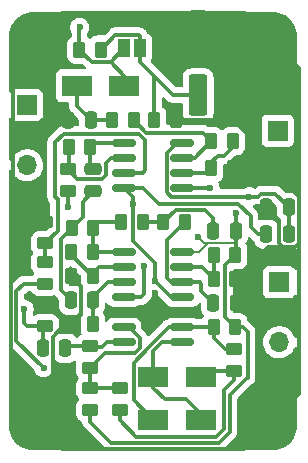
<source format=gbr>
%TF.GenerationSoftware,KiCad,Pcbnew,(6.0.1)*%
%TF.CreationDate,2022-02-11T00:14:37+08:00*%
%TF.ProjectId,OpenEMG_SMD_ver2.1,4f70656e-454d-4475-9f53-4d445f766572,rev?*%
%TF.SameCoordinates,Original*%
%TF.FileFunction,Copper,L1,Top*%
%TF.FilePolarity,Positive*%
%FSLAX46Y46*%
G04 Gerber Fmt 4.6, Leading zero omitted, Abs format (unit mm)*
G04 Created by KiCad (PCBNEW (6.0.1)) date 2022-02-11 00:14:37*
%MOMM*%
%LPD*%
G01*
G04 APERTURE LIST*
G04 Aperture macros list*
%AMRoundRect*
0 Rectangle with rounded corners*
0 $1 Rounding radius*
0 $2 $3 $4 $5 $6 $7 $8 $9 X,Y pos of 4 corners*
0 Add a 4 corners polygon primitive as box body*
4,1,4,$2,$3,$4,$5,$6,$7,$8,$9,$2,$3,0*
0 Add four circle primitives for the rounded corners*
1,1,$1+$1,$2,$3*
1,1,$1+$1,$4,$5*
1,1,$1+$1,$6,$7*
1,1,$1+$1,$8,$9*
0 Add four rect primitives between the rounded corners*
20,1,$1+$1,$2,$3,$4,$5,0*
20,1,$1+$1,$4,$5,$6,$7,0*
20,1,$1+$1,$6,$7,$8,$9,0*
20,1,$1+$1,$8,$9,$2,$3,0*%
G04 Aperture macros list end*
%TA.AperFunction,SMDPad,CuDef*%
%ADD10RoundRect,0.250000X0.550000X-1.500000X0.550000X1.500000X-0.550000X1.500000X-0.550000X-1.500000X0*%
%TD*%
%TA.AperFunction,SMDPad,CuDef*%
%ADD11RoundRect,0.250000X0.262500X0.450000X-0.262500X0.450000X-0.262500X-0.450000X0.262500X-0.450000X0*%
%TD*%
%TA.AperFunction,ComponentPad*%
%ADD12C,0.700000*%
%TD*%
%TA.AperFunction,ComponentPad*%
%ADD13C,4.400000*%
%TD*%
%TA.AperFunction,ComponentPad*%
%ADD14R,1.700000X1.700000*%
%TD*%
%TA.AperFunction,ComponentPad*%
%ADD15O,1.700000X1.700000*%
%TD*%
%TA.AperFunction,SMDPad,CuDef*%
%ADD16RoundRect,0.250000X0.250000X0.475000X-0.250000X0.475000X-0.250000X-0.475000X0.250000X-0.475000X0*%
%TD*%
%TA.AperFunction,SMDPad,CuDef*%
%ADD17RoundRect,0.250000X0.450000X-0.262500X0.450000X0.262500X-0.450000X0.262500X-0.450000X-0.262500X0*%
%TD*%
%TA.AperFunction,SMDPad,CuDef*%
%ADD18R,2.500000X1.800000*%
%TD*%
%TA.AperFunction,SMDPad,CuDef*%
%ADD19RoundRect,0.250000X-0.262500X-0.450000X0.262500X-0.450000X0.262500X0.450000X-0.262500X0.450000X0*%
%TD*%
%TA.AperFunction,SMDPad,CuDef*%
%ADD20RoundRect,0.150000X-0.825000X-0.150000X0.825000X-0.150000X0.825000X0.150000X-0.825000X0.150000X0*%
%TD*%
%TA.AperFunction,SMDPad,CuDef*%
%ADD21RoundRect,0.250000X-0.250000X-0.475000X0.250000X-0.475000X0.250000X0.475000X-0.250000X0.475000X0*%
%TD*%
%TA.AperFunction,SMDPad,CuDef*%
%ADD22RoundRect,0.250000X-0.450000X0.262500X-0.450000X-0.262500X0.450000X-0.262500X0.450000X0.262500X0*%
%TD*%
%TA.AperFunction,SMDPad,CuDef*%
%ADD23R,1.000000X1.500000*%
%TD*%
%TA.AperFunction,SMDPad,CuDef*%
%ADD24RoundRect,0.250000X0.475000X-0.250000X0.475000X0.250000X-0.475000X0.250000X-0.475000X-0.250000X0*%
%TD*%
%TA.AperFunction,ViaPad*%
%ADD25C,0.600000*%
%TD*%
%TA.AperFunction,Conductor*%
%ADD26C,0.300000*%
%TD*%
%TA.AperFunction,Conductor*%
%ADD27C,0.500000*%
%TD*%
%TA.AperFunction,Conductor*%
%ADD28C,0.200000*%
%TD*%
G04 APERTURE END LIST*
D10*
%TO.P,C9,1*%
%TO.N,Net-(C9-Pad1)*%
X130810000Y-58326000D03*
%TO.P,C9,2*%
%TO.N,GND*%
X130810000Y-52926000D03*
%TD*%
D11*
%TO.P,R4,1*%
%TO.N,Net-(C3-Pad2)*%
X121689500Y-62738000D03*
%TO.P,R4,2*%
%TO.N,Net-(R1-Pad2)*%
X119864500Y-62738000D03*
%TD*%
D12*
%TO.P,H6,1,1*%
%TO.N,GND*%
X115444000Y-86106000D03*
X118260726Y-84939274D03*
X117094000Y-84456000D03*
X117094000Y-87756000D03*
X118744000Y-86106000D03*
X115927274Y-87272726D03*
X115927274Y-84939274D03*
X118260726Y-87272726D03*
D13*
X117094000Y-86106000D03*
%TD*%
D14*
%TO.P,J1,1,Pin_1*%
%TO.N,VCC*%
X116332000Y-59182000D03*
D15*
%TO.P,J1,2,Pin_2*%
%TO.N,GND*%
X116332000Y-61722000D03*
%TO.P,J1,3,Pin_3*%
%TO.N,-VDC*%
X116332000Y-64262000D03*
%TD*%
D12*
%TO.P,H4,1,1*%
%TO.N,GND*%
X135256000Y-53594000D03*
X135739274Y-52427274D03*
X138556000Y-53594000D03*
X135739274Y-54760726D03*
D13*
X136906000Y-53594000D03*
D12*
X138072726Y-54760726D03*
X138072726Y-52427274D03*
X136906000Y-51944000D03*
X136906000Y-55244000D03*
%TD*%
D16*
%TO.P,C1,1*%
%TO.N,VCC*%
X138491000Y-70104000D03*
%TO.P,C1,2*%
%TO.N,-VDC*%
X136591000Y-70104000D03*
%TD*%
D17*
%TO.P,R2,1*%
%TO.N,Net-(H2-Pad1)*%
X117856000Y-74318500D03*
%TO.P,R2,2*%
%TO.N,Net-(R2-Pad2)*%
X117856000Y-72493500D03*
%TD*%
D18*
%TO.P,D3,1,K*%
%TO.N,Net-(C8-Pad2)*%
X120555000Y-57531000D03*
%TO.P,D3,2,A*%
%TO.N,Net-(D3-Pad2)*%
X124555000Y-57531000D03*
%TD*%
D19*
%TO.P,R12,1*%
%TO.N,Net-(R10-Pad1)*%
X120057500Y-71628000D03*
%TO.P,R12,2*%
%TO.N,Net-(R11-Pad2)*%
X121882500Y-71628000D03*
%TD*%
D20*
%TO.P,U1,1*%
%TO.N,Net-(R11-Pad2)*%
X124525000Y-71628000D03*
%TO.P,U1,2,-*%
%TO.N,Net-(R10-Pad1)*%
X124525000Y-72898000D03*
%TO.P,U1,3,+*%
%TO.N,Net-(C4-Pad2)*%
X124525000Y-74168000D03*
%TO.P,U1,4,V+*%
%TO.N,VCC*%
X124525000Y-75438000D03*
%TO.P,U1,5,+*%
%TO.N,GND*%
X124525000Y-76708000D03*
%TO.P,U1,6,-*%
%TO.N,Net-(R13-Pad1)*%
X124525000Y-77978000D03*
%TO.P,U1,7*%
%TO.N,Net-(C5-Pad2)*%
X124525000Y-79248000D03*
%TO.P,U1,8*%
%TO.N,Net-(D1-Pad1)*%
X129475000Y-79248000D03*
%TO.P,U1,9,-*%
%TO.N,Net-(D1-Pad2)*%
X129475000Y-77978000D03*
%TO.P,U1,10,+*%
%TO.N,GND*%
X129475000Y-76708000D03*
%TO.P,U1,11,V-*%
%TO.N,-VDC*%
X129475000Y-75438000D03*
%TO.P,U1,12,+*%
%TO.N,Net-(C7-Pad1)*%
X129475000Y-74168000D03*
%TO.P,U1,13,-*%
%TO.N,Net-(R19-Pad1)*%
X129475000Y-72898000D03*
%TO.P,U1,14*%
%TO.N,/AC_signal*%
X129475000Y-71628000D03*
%TD*%
D19*
%TO.P,R23,1*%
%TO.N,Net-(C9-Pad1)*%
X127103500Y-60452000D03*
%TO.P,R23,2*%
%TO.N,GND*%
X128928500Y-60452000D03*
%TD*%
%TO.P,R22,1*%
%TO.N,Net-(D3-Pad2)*%
X120753500Y-54483000D03*
%TO.P,R22,2*%
%TO.N,Net-(C9-Pad1)*%
X122578500Y-54483000D03*
%TD*%
D11*
%TO.P,R10,1*%
%TO.N,Net-(R10-Pad1)*%
X121882500Y-73660000D03*
%TO.P,R10,2*%
%TO.N,GND*%
X120057500Y-73660000D03*
%TD*%
D14*
%TO.P,J3,1,Pin_1*%
%TO.N,Net-(D3-Pad2)*%
X137541000Y-61341000D03*
%TD*%
D11*
%TO.P,R7,1*%
%TO.N,Net-(C4-Pad2)*%
X121882500Y-77724000D03*
%TO.P,R7,2*%
%TO.N,GND*%
X120057500Y-77724000D03*
%TD*%
D21*
%TO.P,C8,1*%
%TO.N,GND*%
X119827000Y-60452000D03*
%TO.P,C8,2*%
%TO.N,Net-(C8-Pad2)*%
X121727000Y-60452000D03*
%TD*%
D17*
%TO.P,R15,1*%
%TO.N,Net-(C5-Pad1)*%
X117856000Y-77874500D03*
%TO.P,R15,2*%
%TO.N,GND*%
X117856000Y-76049500D03*
%TD*%
D21*
%TO.P,C6,1*%
%TO.N,Net-(C6-Pad1)*%
X132100000Y-69850000D03*
%TO.P,C6,2*%
%TO.N,/AC_signal*%
X134000000Y-69850000D03*
%TD*%
D19*
%TO.P,R11,1*%
%TO.N,Net-(C3-Pad1)*%
X120118500Y-69596000D03*
%TO.P,R11,2*%
%TO.N,Net-(R11-Pad2)*%
X121943500Y-69596000D03*
%TD*%
D20*
%TO.P,U2,1*%
%TO.N,Net-(C3-Pad2)*%
X124525000Y-62357000D03*
%TO.P,U2,2,-*%
%TO.N,Net-(R1-Pad2)*%
X124525000Y-63627000D03*
%TO.P,U2,3,+*%
%TO.N,Net-(R2-Pad2)*%
X124525000Y-64897000D03*
%TO.P,U2,4,V-*%
%TO.N,-VDC*%
X124525000Y-66167000D03*
%TO.P,U2,5,+*%
%TO.N,Net-(C5-Pad1)*%
X129475000Y-66167000D03*
%TO.P,U2,6,-*%
%TO.N,Net-(R16-Pad1)*%
X129475000Y-64897000D03*
%TO.P,U2,7*%
%TO.N,Net-(R18-Pad2)*%
X129475000Y-63627000D03*
%TO.P,U2,8,V+*%
%TO.N,VCC*%
X129475000Y-62357000D03*
%TD*%
D17*
%TO.P,R1,1*%
%TO.N,Net-(H1-Pad1)*%
X119761000Y-66444500D03*
%TO.P,R1,2*%
%TO.N,Net-(R1-Pad2)*%
X119761000Y-64619500D03*
%TD*%
D19*
%TO.P,R17,1*%
%TO.N,Net-(C6-Pad1)*%
X127865500Y-69088000D03*
%TO.P,R17,2*%
%TO.N,Net-(C7-Pad1)*%
X129690500Y-69088000D03*
%TD*%
D18*
%TO.P,D2,1,K*%
%TO.N,Net-(D2-Pad1)*%
X131032000Y-82169000D03*
%TO.P,D2,2,A*%
%TO.N,Net-(D1-Pad1)*%
X127032000Y-82169000D03*
%TD*%
D22*
%TO.P,R6,1*%
%TO.N,Net-(D1-Pad2)*%
X133858000Y-79859500D03*
%TO.P,R6,2*%
%TO.N,Net-(D2-Pad1)*%
X133858000Y-81684500D03*
%TD*%
D16*
%TO.P,C2,1*%
%TO.N,VCC*%
X138491000Y-67818000D03*
%TO.P,C2,2*%
%TO.N,GND*%
X136591000Y-67818000D03*
%TD*%
D23*
%TO.P,JP1,1,A*%
%TO.N,Net-(C9-Pad1)*%
X125872000Y-54356000D03*
%TO.P,JP1,2,B*%
%TO.N,Net-(D3-Pad2)*%
X124572000Y-54356000D03*
%TD*%
D21*
%TO.P,C7,1*%
%TO.N,Net-(C7-Pad1)*%
X132100000Y-75946000D03*
%TO.P,C7,2*%
%TO.N,GND*%
X134000000Y-75946000D03*
%TD*%
D12*
%TO.P,H5,1,1*%
%TO.N,GND*%
X135739274Y-87272726D03*
X136906000Y-84456000D03*
D13*
X136906000Y-86106000D03*
D12*
X135739274Y-84939274D03*
X136906000Y-87756000D03*
X138072726Y-87272726D03*
X135256000Y-86106000D03*
X138072726Y-84939274D03*
X138556000Y-86106000D03*
%TD*%
D18*
%TO.P,D1,1,K*%
%TO.N,Net-(D1-Pad1)*%
X131032000Y-85852000D03*
%TO.P,D1,2,A*%
%TO.N,Net-(D1-Pad2)*%
X127032000Y-85852000D03*
%TD*%
D11*
%TO.P,R18,1*%
%TO.N,Net-(R16-Pad1)*%
X133754500Y-62230000D03*
%TO.P,R18,2*%
%TO.N,Net-(R18-Pad2)*%
X131929500Y-62230000D03*
%TD*%
D17*
%TO.P,R13,1*%
%TO.N,Net-(R13-Pad1)*%
X121666000Y-81430500D03*
%TO.P,R13,2*%
%TO.N,Net-(C5-Pad2)*%
X121666000Y-79605500D03*
%TD*%
D14*
%TO.P,J2,1,Pin_1*%
%TO.N,VCC*%
X137668000Y-74168000D03*
D15*
%TO.P,J2,2,Pin_2*%
%TO.N,GND*%
X137668000Y-76708000D03*
%TO.P,J2,3,Pin_3*%
%TO.N,-VDC*%
X137668000Y-79248000D03*
%TD*%
D19*
%TO.P,R20,1*%
%TO.N,Net-(R19-Pad1)*%
X132137500Y-71882000D03*
%TO.P,R20,2*%
%TO.N,/AC_signal*%
X133962500Y-71882000D03*
%TD*%
D17*
%TO.P,R9,1*%
%TO.N,Net-(D2-Pad1)*%
X124206000Y-84986500D03*
%TO.P,R9,2*%
%TO.N,Net-(R13-Pad1)*%
X124206000Y-83161500D03*
%TD*%
%TO.P,R8,1*%
%TO.N,/AC_signal*%
X121666000Y-84986500D03*
%TO.P,R8,2*%
%TO.N,Net-(R13-Pad1)*%
X121666000Y-83161500D03*
%TD*%
D21*
%TO.P,C4,1*%
%TO.N,Net-(C3-Pad1)*%
X120020000Y-75692000D03*
%TO.P,C4,2*%
%TO.N,Net-(C4-Pad2)*%
X121920000Y-75692000D03*
%TD*%
%TO.P,C5,1*%
%TO.N,Net-(C5-Pad1)*%
X117668000Y-79756000D03*
%TO.P,C5,2*%
%TO.N,Net-(C5-Pad2)*%
X119568000Y-79756000D03*
%TD*%
D19*
%TO.P,R16,1*%
%TO.N,Net-(R16-Pad1)*%
X131929500Y-64516000D03*
%TO.P,R16,2*%
%TO.N,GND*%
X133754500Y-64516000D03*
%TD*%
D17*
%TO.P,R3,1*%
%TO.N,Net-(R2-Pad2)*%
X117856000Y-70866000D03*
%TO.P,R3,2*%
%TO.N,GND*%
X117856000Y-69041000D03*
%TD*%
D12*
%TO.P,H3,1,1*%
%TO.N,GND*%
X115927274Y-52427274D03*
X117094000Y-51944000D03*
D13*
X117094000Y-53594000D03*
D12*
X118260726Y-54760726D03*
X115927274Y-54760726D03*
X118260726Y-52427274D03*
X118744000Y-53594000D03*
X115444000Y-53594000D03*
X117094000Y-55244000D03*
%TD*%
D24*
%TO.P,C3,1*%
%TO.N,Net-(C3-Pad1)*%
X121920000Y-66482000D03*
%TO.P,C3,2*%
%TO.N,Net-(C3-Pad2)*%
X121920000Y-64582000D03*
%TD*%
D19*
%TO.P,R19,1*%
%TO.N,Net-(R19-Pad1)*%
X132137500Y-73914000D03*
%TO.P,R19,2*%
%TO.N,GND*%
X133962500Y-73914000D03*
%TD*%
%TO.P,R14,1*%
%TO.N,Net-(R11-Pad2)*%
X124309500Y-69088000D03*
%TO.P,R14,2*%
%TO.N,Net-(C6-Pad1)*%
X126134500Y-69088000D03*
%TD*%
D11*
%TO.P,R5,1*%
%TO.N,/AC_signal*%
X133962500Y-77978000D03*
%TO.P,R5,2*%
%TO.N,Net-(D1-Pad2)*%
X132137500Y-77978000D03*
%TD*%
%TO.P,R21,1*%
%TO.N,Net-(R18-Pad2)*%
X125372500Y-60452000D03*
%TO.P,R21,2*%
%TO.N,Net-(C8-Pad2)*%
X123547500Y-60452000D03*
%TD*%
D25*
%TO.N,VCC*%
X135128000Y-66929000D03*
X126238000Y-72771000D03*
%TO.N,-VDC*%
X127190500Y-74104500D03*
X125272480Y-67513520D03*
%TO.N,GND*%
X127127000Y-75057000D03*
%TO.N,Net-(C5-Pad1)*%
X116078000Y-76454000D03*
X131826000Y-66167000D03*
%TO.N,/AC_signal*%
X130810000Y-70358000D03*
X133985000Y-68326000D03*
%TO.N,Net-(D3-Pad2)*%
X120777000Y-52578000D03*
%TO.N,Net-(H1-Pad1)*%
X119761000Y-67818000D03*
%TO.N,Net-(H2-Pad1)*%
X117729000Y-81407000D03*
%TD*%
D26*
%TO.N,VCC*%
X125984000Y-75438000D02*
X126238000Y-75184000D01*
X129475000Y-62357000D02*
X129063573Y-62357000D01*
X128555573Y-66929000D02*
X135128000Y-66929000D01*
X128150480Y-66523907D02*
X128555573Y-66929000D01*
X135907151Y-66929000D02*
X136161151Y-66675000D01*
X129063573Y-62357000D02*
X128150480Y-63270093D01*
X138491000Y-67818000D02*
X138491000Y-70104000D01*
X135128000Y-66929000D02*
X135907151Y-66929000D01*
X137348000Y-66675000D02*
X138491000Y-67818000D01*
X128150480Y-63270093D02*
X128150480Y-66523907D01*
X124525000Y-75438000D02*
X125984000Y-75438000D01*
X136161151Y-66675000D02*
X137348000Y-66675000D01*
X126238000Y-75184000D02*
X126238000Y-72771000D01*
%TO.N,-VDC*%
X127190500Y-74104500D02*
X127571500Y-74485500D01*
X134213960Y-67538960D02*
X127482960Y-67538960D01*
X135255000Y-69469000D02*
X135255000Y-68580000D01*
X125272480Y-66914480D02*
X124525000Y-66167000D01*
X136591000Y-70104000D02*
X135890000Y-70104000D01*
X127127000Y-72548573D02*
X127127000Y-74041000D01*
X135255000Y-68580000D02*
X134213960Y-67538960D01*
X127127000Y-74041000D02*
X127190500Y-74104500D01*
X126111000Y-66167000D02*
X124525000Y-66167000D01*
X125272480Y-70694053D02*
X127127000Y-72548573D01*
X125272480Y-66914480D02*
X125272480Y-67513520D01*
X135890000Y-70104000D02*
X135255000Y-69469000D01*
X127482960Y-67538960D02*
X126111000Y-66167000D01*
X125272480Y-67513520D02*
X125272480Y-70694053D01*
X128524000Y-75438000D02*
X129475000Y-75438000D01*
X127571500Y-74485500D02*
X128524000Y-75438000D01*
%TO.N,GND*%
X120057500Y-77724000D02*
X119566849Y-77724000D01*
D27*
X130810000Y-51562000D02*
X130683000Y-51435000D01*
X119253000Y-51435000D02*
X130683000Y-51435000D01*
D26*
X133962500Y-75908500D02*
X134000000Y-75946000D01*
X120869520Y-74472020D02*
X120869520Y-76911980D01*
X114928970Y-67303970D02*
X116666000Y-69041000D01*
X139340520Y-66950520D02*
X139340520Y-56028520D01*
X137668000Y-76708000D02*
X134762000Y-76708000D01*
D27*
X130810000Y-52926000D02*
X130810000Y-51562000D01*
D26*
X138989329Y-71178520D02*
X139340520Y-70827329D01*
X118517520Y-84682480D02*
X117348000Y-85852000D01*
X134706001Y-88305999D02*
X136906000Y-86106000D01*
X137668000Y-76708000D02*
X139319000Y-76708000D01*
X114928970Y-83940970D02*
X117094000Y-86106000D01*
X128928500Y-60452000D02*
X130429000Y-60452000D01*
X124525000Y-76708000D02*
X127127000Y-76708000D01*
X119566849Y-77724000D02*
X118517520Y-78773329D01*
X139340520Y-56028520D02*
X136906000Y-53594000D01*
D27*
X130683000Y-51435000D02*
X134747000Y-51435000D01*
D26*
X137641480Y-70827329D02*
X137992671Y-71178520D01*
X115132489Y-66317489D02*
X115132489Y-62921511D01*
X116332000Y-61722000D02*
X117602000Y-60452000D01*
X135001000Y-64516000D02*
X133754500Y-64516000D01*
X117348000Y-53848000D02*
X115132489Y-56063511D01*
X134762000Y-76708000D02*
X134000000Y-75946000D01*
X139340520Y-70827329D02*
X139340520Y-70379520D01*
X137992671Y-71178520D02*
X138989329Y-71178520D01*
X114928970Y-67303970D02*
X114928970Y-83940970D01*
X139319000Y-76708000D02*
X139340520Y-76686480D01*
D27*
X134747000Y-51435000D02*
X136906000Y-53594000D01*
D26*
X139340520Y-83671480D02*
X136906000Y-86106000D01*
X127127000Y-75057000D02*
X127127000Y-76708000D01*
X133731000Y-60452000D02*
X135001000Y-61722000D01*
X139340520Y-70379520D02*
X139340520Y-66950520D01*
X139340520Y-70379520D02*
X139340520Y-76686480D01*
X133962500Y-73914000D02*
X133962500Y-75908500D01*
X136591000Y-67818000D02*
X137641480Y-68868480D01*
X115132489Y-56063511D02*
X115132489Y-62921511D01*
X136697980Y-71178520D02*
X137992671Y-71178520D01*
X119293999Y-88305999D02*
X134706001Y-88305999D01*
X114928970Y-66521008D02*
X114928970Y-67303970D01*
D27*
X117094000Y-53594000D02*
X119253000Y-51435000D01*
D26*
X116666000Y-69041000D02*
X117856000Y-69041000D01*
X117094000Y-86106000D02*
X119293999Y-88305999D01*
X139340520Y-66950520D02*
X136906000Y-64516000D01*
X120869520Y-76911980D02*
X120057500Y-77724000D01*
X136906000Y-64516000D02*
X135001000Y-64516000D01*
X118383000Y-76049500D02*
X120057500Y-77724000D01*
X127127000Y-76708000D02*
X129475000Y-76708000D01*
X118517520Y-78773329D02*
X118517520Y-84682480D01*
X137641480Y-68868480D02*
X137641480Y-70827329D01*
X117602000Y-60452000D02*
X119827000Y-60452000D01*
X115132489Y-66317489D02*
X114928970Y-66521008D01*
X115132489Y-62921511D02*
X116332000Y-61722000D01*
X133962500Y-73914000D02*
X136697980Y-71178520D01*
X139340520Y-76686480D02*
X139340520Y-83671480D01*
X117856000Y-76049500D02*
X118383000Y-76049500D01*
X120057500Y-73660000D02*
X120869520Y-74472020D01*
X130429000Y-60452000D02*
X133731000Y-60452000D01*
X135001000Y-61722000D02*
X135001000Y-64516000D01*
%TO.N,Net-(C3-Pad1)*%
X119195480Y-70519020D02*
X120118500Y-69596000D01*
X121031000Y-68683500D02*
X121031000Y-67371000D01*
X121031000Y-67371000D02*
X121920000Y-66482000D01*
X119195480Y-74867480D02*
X119195480Y-70519020D01*
X120118500Y-69596000D02*
X120142000Y-69596000D01*
X120118500Y-69596000D02*
X121031000Y-68683500D01*
X120020000Y-75692000D02*
X119195480Y-74867480D01*
%TO.N,Net-(C3-Pad2)*%
X122070500Y-62357000D02*
X121689500Y-62738000D01*
X121689500Y-64351500D02*
X121920000Y-64582000D01*
X124525000Y-62357000D02*
X122070500Y-62357000D01*
X121689500Y-62738000D02*
X121689500Y-64351500D01*
%TO.N,Net-(C4-Pad2)*%
X121920000Y-75438000D02*
X121920000Y-75692000D01*
X121920000Y-77686500D02*
X121882500Y-77724000D01*
X121920000Y-75692000D02*
X121920000Y-77686500D01*
X123190000Y-74168000D02*
X121920000Y-75438000D01*
X124525000Y-74168000D02*
X123190000Y-74168000D01*
%TO.N,Net-(C5-Pad1)*%
X116078000Y-76454000D02*
X116078000Y-77597000D01*
X116078000Y-77597000D02*
X116355500Y-77874500D01*
X129475000Y-66167000D02*
X131826000Y-66167000D01*
X116355500Y-77874500D02*
X117856000Y-77874500D01*
X117668000Y-79756000D02*
X117668000Y-78062500D01*
X117668000Y-78062500D02*
X117856000Y-77874500D01*
%TO.N,Net-(C5-Pad2)*%
X121689500Y-79629000D02*
X121666000Y-79605500D01*
X122682000Y-79629000D02*
X121689500Y-79629000D01*
X119718500Y-79605500D02*
X119568000Y-79756000D01*
X121666000Y-79605500D02*
X119718500Y-79605500D01*
X123063000Y-79248000D02*
X122682000Y-79629000D01*
X124525000Y-79248000D02*
X123063000Y-79248000D01*
%TO.N,Net-(C6-Pad1)*%
X127865500Y-69088000D02*
X128915020Y-68038480D01*
X128915020Y-68038480D02*
X131411480Y-68038480D01*
X132100000Y-68727000D02*
X132100000Y-69850000D01*
X131411480Y-68038480D02*
X132100000Y-68727000D01*
X126134500Y-69088000D02*
X127865500Y-69088000D01*
D28*
%TO.N,/AC_signal*%
X130901862Y-71628000D02*
X131648862Y-70881000D01*
D26*
X133985000Y-68326000D02*
X133985000Y-69835000D01*
X134000000Y-71844500D02*
X133962500Y-71882000D01*
X121666000Y-85979000D02*
X123435520Y-87748520D01*
X134000000Y-70881000D02*
X134000000Y-71844500D01*
X123435520Y-87748520D02*
X132540908Y-87748520D01*
X133100480Y-77115980D02*
X133100480Y-72744020D01*
X121666000Y-84986500D02*
X121666000Y-85979000D01*
X134620000Y-77978000D02*
X133962500Y-77978000D01*
X134929572Y-82240428D02*
X135001000Y-82240428D01*
D28*
X131648862Y-70881000D02*
X134000000Y-70881000D01*
D26*
X133962500Y-77978000D02*
X133100480Y-77115980D01*
X133477000Y-83693000D02*
X134929572Y-82240428D01*
X135001000Y-78359000D02*
X134620000Y-77978000D01*
X132540908Y-87748520D02*
X133477000Y-86812428D01*
D28*
X129475000Y-71628000D02*
X130901862Y-71628000D01*
X130810000Y-70358000D02*
X131333000Y-70881000D01*
D26*
X133985000Y-69835000D02*
X134000000Y-69850000D01*
X133100480Y-72744020D02*
X133962500Y-71882000D01*
X135001000Y-82240428D02*
X135001000Y-78359000D01*
X134000000Y-69850000D02*
X134000000Y-70881000D01*
X133477000Y-86812428D02*
X133477000Y-83693000D01*
D28*
X131333000Y-70881000D02*
X131648862Y-70881000D01*
D26*
%TO.N,Net-(C7-Pad1)*%
X131064000Y-74910000D02*
X132100000Y-75946000D01*
X128524000Y-74168000D02*
X129475000Y-74168000D01*
X129475000Y-74168000D02*
X130937000Y-74168000D01*
X130937000Y-74168000D02*
X131064000Y-74295000D01*
X128150480Y-73794480D02*
X128524000Y-74168000D01*
X128150480Y-70628020D02*
X128150480Y-73794480D01*
X131064000Y-74295000D02*
X131064000Y-74910000D01*
X129690500Y-69088000D02*
X128150480Y-70628020D01*
%TO.N,Net-(C8-Pad2)*%
X121727000Y-60452000D02*
X123547500Y-60452000D01*
X120555000Y-57531000D02*
X120555000Y-59280000D01*
X120555000Y-59280000D02*
X121727000Y-60452000D01*
%TO.N,Net-(C9-Pad1)*%
X123805011Y-53256489D02*
X125822489Y-53256489D01*
X125872000Y-54356000D02*
X125872000Y-55514000D01*
X125872000Y-53306000D02*
X125872000Y-54356000D01*
X125872000Y-55514000D02*
X127103500Y-56745500D01*
X127103500Y-56745500D02*
X128684000Y-58326000D01*
X125822489Y-53256489D02*
X125872000Y-53306000D01*
X128684000Y-58326000D02*
X130810000Y-58326000D01*
X127103500Y-56745500D02*
X127103500Y-60452000D01*
X122578500Y-54483000D02*
X123805011Y-53256489D01*
%TO.N,Net-(D1-Pad1)*%
X127032000Y-79978000D02*
X127032000Y-82169000D01*
X127032000Y-83090000D02*
X128016000Y-84074000D01*
X129475000Y-79248000D02*
X127762000Y-79248000D01*
X131032000Y-85312000D02*
X131032000Y-85852000D01*
X128016000Y-84074000D02*
X129794000Y-84074000D01*
X129794000Y-84074000D02*
X131032000Y-85312000D01*
X127032000Y-82169000D02*
X127032000Y-83090000D01*
X127762000Y-79248000D02*
X127032000Y-79978000D01*
%TO.N,Net-(D1-Pad2)*%
X126564480Y-79739093D02*
X126564480Y-79754947D01*
X129475000Y-77978000D02*
X128325573Y-77978000D01*
X125349000Y-80970427D02*
X125349000Y-84169000D01*
X128325573Y-77978000D02*
X126564480Y-79739093D01*
X129475000Y-77978000D02*
X132137500Y-77978000D01*
X133072500Y-79859500D02*
X133858000Y-79859500D01*
X132137500Y-77978000D02*
X132137500Y-78924500D01*
X132137500Y-78924500D02*
X133072500Y-79859500D01*
X125349000Y-84169000D02*
X127032000Y-85852000D01*
X126564480Y-79754947D02*
X125349000Y-80970427D01*
%TO.N,Net-(D2-Pad1)*%
X133834500Y-81661000D02*
X133858000Y-81684500D01*
X132969000Y-86614000D02*
X132334000Y-87249000D01*
X125579978Y-87249000D02*
X124206000Y-85875022D01*
X133858000Y-81684500D02*
X133858000Y-82423000D01*
X132969000Y-83312000D02*
X132969000Y-86614000D01*
X131540000Y-81661000D02*
X133834500Y-81661000D01*
X124206000Y-85875022D02*
X124206000Y-84986500D01*
X132334000Y-87249000D02*
X125579978Y-87249000D01*
X133858000Y-82423000D02*
X132969000Y-83312000D01*
X131032000Y-82169000D02*
X131540000Y-81661000D01*
%TO.N,Net-(D3-Pad2)*%
X123395480Y-55532520D02*
X124572000Y-54356000D01*
X120753500Y-52601500D02*
X120777000Y-52578000D01*
X121803020Y-55532520D02*
X123395480Y-55532520D01*
X120753500Y-54483000D02*
X120753500Y-52601500D01*
X124555000Y-56692040D02*
X124555000Y-57531000D01*
X120753500Y-54483000D02*
X121803020Y-55532520D01*
X123395480Y-55532520D02*
X124555000Y-56692040D01*
%TO.N,Net-(H1-Pad1)*%
X119761000Y-66444500D02*
X119761000Y-67818000D01*
%TO.N,Net-(R1-Pad2)*%
X122994520Y-64083671D02*
X122994520Y-65080329D01*
X119864500Y-62738000D02*
X119864500Y-64516000D01*
X124525000Y-63627000D02*
X123451191Y-63627000D01*
X119864500Y-64516000D02*
X119761000Y-64619500D01*
X120573020Y-65431520D02*
X119761000Y-64619500D01*
X123451191Y-63627000D02*
X122994520Y-64083671D01*
X122994520Y-65080329D02*
X122643329Y-65431520D01*
X122643329Y-65431520D02*
X120573020Y-65431520D01*
%TO.N,Net-(H2-Pad1)*%
X115428489Y-79106489D02*
X115428489Y-74944511D01*
X117832500Y-74295000D02*
X117856000Y-74318500D01*
X117729000Y-81407000D02*
X115428489Y-79106489D01*
X115428489Y-74944511D02*
X116078000Y-74295000D01*
X116078000Y-74295000D02*
X117832500Y-74295000D01*
%TO.N,Net-(R2-Pad2)*%
X126317072Y-64690928D02*
X126111000Y-64897000D01*
X124525000Y-64897000D02*
X126111000Y-64897000D01*
X118711480Y-62330671D02*
X118711480Y-66955329D01*
X119447151Y-61595000D02*
X118711480Y-62330671D01*
X118905520Y-69816480D02*
X117856000Y-70866000D01*
X118711480Y-66955329D02*
X118905520Y-67149369D01*
X117856000Y-72493500D02*
X117856000Y-70866000D01*
X126317072Y-62103000D02*
X126317072Y-64690928D01*
X126317072Y-62103000D02*
X125809072Y-61595000D01*
X125809072Y-61595000D02*
X119447151Y-61595000D01*
X118905520Y-67149369D02*
X118905520Y-69816480D01*
%TO.N,Net-(R13-Pad1)*%
X125849520Y-78891093D02*
X125849520Y-79763480D01*
X124936427Y-77978000D02*
X125849520Y-78891093D01*
X121666000Y-83161500D02*
X124206000Y-83161500D01*
X125849520Y-79763480D02*
X125476000Y-80137000D01*
X122959500Y-80137000D02*
X121666000Y-81430500D01*
X125476000Y-80137000D02*
X122959500Y-80137000D01*
X124525000Y-77978000D02*
X124936427Y-77978000D01*
X121666000Y-81430500D02*
X121666000Y-83161500D01*
%TO.N,Net-(R10-Pad1)*%
X121882500Y-73443500D02*
X122428000Y-72898000D01*
X120057500Y-71628000D02*
X120057500Y-71835000D01*
X120057500Y-71835000D02*
X121882500Y-73660000D01*
X122428000Y-72898000D02*
X124525000Y-72898000D01*
X121882500Y-73660000D02*
X121882500Y-73443500D01*
%TO.N,Net-(R11-Pad2)*%
X121943500Y-71567000D02*
X121882500Y-71628000D01*
X121943500Y-69318500D02*
X122174000Y-69088000D01*
X121943500Y-69596000D02*
X121943500Y-69318500D01*
X124525000Y-71628000D02*
X121882500Y-71628000D01*
X122174000Y-69088000D02*
X124309500Y-69088000D01*
X121943500Y-69596000D02*
X121943500Y-71567000D01*
%TO.N,Net-(R16-Pad1)*%
X129475000Y-64897000D02*
X131548500Y-64897000D01*
X131548500Y-64897000D02*
X131929500Y-64516000D01*
X133754500Y-62230000D02*
X133754500Y-62714500D01*
X131929500Y-64031500D02*
X131929500Y-64516000D01*
X133754500Y-62714500D02*
X132969000Y-63500000D01*
X132969000Y-63500000D02*
X132461000Y-63500000D01*
X132461000Y-63500000D02*
X131929500Y-64031500D01*
%TO.N,Net-(R18-Pad2)*%
X126422020Y-61501520D02*
X131201020Y-61501520D01*
X131201020Y-61501520D02*
X131929500Y-62230000D01*
X130532500Y-63627000D02*
X131929500Y-62230000D01*
X129475000Y-63627000D02*
X130532500Y-63627000D01*
X125372500Y-60452000D02*
X126422020Y-61501520D01*
%TO.N,Net-(R19-Pad1)*%
X131121500Y-72898000D02*
X132137500Y-73914000D01*
X129475000Y-72898000D02*
X131121500Y-72898000D01*
X132137500Y-73914000D02*
X132137500Y-71882000D01*
%TD*%
%TA.AperFunction,Conductor*%
%TO.N,GND*%
G36*
X115016512Y-79626226D02*
G01*
X115023095Y-79632355D01*
X116898683Y-81507943D01*
X116932598Y-81570403D01*
X116933163Y-81576160D01*
X116990418Y-81748273D01*
X116994065Y-81754295D01*
X116994066Y-81754297D01*
X117054684Y-81854389D01*
X117084380Y-81903424D01*
X117210382Y-82033902D01*
X117362159Y-82133222D01*
X117368763Y-82135678D01*
X117368765Y-82135679D01*
X117525558Y-82193990D01*
X117525560Y-82193990D01*
X117532168Y-82196448D01*
X117615995Y-82207633D01*
X117704980Y-82219507D01*
X117704984Y-82219507D01*
X117711961Y-82220438D01*
X117718972Y-82219800D01*
X117718976Y-82219800D01*
X117861459Y-82206832D01*
X117892600Y-82203998D01*
X117899302Y-82201820D01*
X117899304Y-82201820D01*
X118058409Y-82150124D01*
X118058412Y-82150123D01*
X118065108Y-82147947D01*
X118220912Y-82055069D01*
X118352266Y-81929982D01*
X118452643Y-81778902D01*
X118517055Y-81609338D01*
X118542299Y-81429717D01*
X118542616Y-81407000D01*
X118522397Y-81226745D01*
X118514981Y-81205449D01*
X118465064Y-81062106D01*
X118465062Y-81062103D01*
X118462745Y-81055448D01*
X118401864Y-80958018D01*
X118382729Y-80889650D01*
X118403594Y-80821789D01*
X118419544Y-80802235D01*
X118517305Y-80704303D01*
X118519906Y-80700084D01*
X118577030Y-80659583D01*
X118647953Y-80656351D01*
X118709365Y-80691976D01*
X118715922Y-80699530D01*
X118719522Y-80705348D01*
X118844697Y-80830305D01*
X118850927Y-80834145D01*
X118850928Y-80834146D01*
X118989023Y-80919269D01*
X118995262Y-80923115D01*
X119027558Y-80933827D01*
X119156611Y-80976632D01*
X119156613Y-80976632D01*
X119163139Y-80978797D01*
X119169975Y-80979497D01*
X119169978Y-80979498D01*
X119213031Y-80983909D01*
X119267600Y-80989500D01*
X119868400Y-80989500D01*
X119871646Y-80989163D01*
X119871650Y-80989163D01*
X119967308Y-80979238D01*
X119967312Y-80979237D01*
X119974166Y-80978526D01*
X119980702Y-80976345D01*
X119980704Y-80976345D01*
X120112806Y-80932272D01*
X120141946Y-80922550D01*
X120292348Y-80829478D01*
X120293540Y-80831405D01*
X120349158Y-80808893D01*
X120418922Y-80822064D01*
X120470490Y-80870862D01*
X120487490Y-80939794D01*
X120481205Y-80973939D01*
X120468203Y-81013139D01*
X120457500Y-81117600D01*
X120457500Y-81743400D01*
X120457837Y-81746646D01*
X120457837Y-81746650D01*
X120461793Y-81784773D01*
X120468474Y-81849166D01*
X120470655Y-81855702D01*
X120470655Y-81855704D01*
X120514728Y-81987806D01*
X120524450Y-82016946D01*
X120617522Y-82167348D01*
X120644211Y-82193990D01*
X120657109Y-82206866D01*
X120691188Y-82269148D01*
X120686185Y-82339968D01*
X120657264Y-82385057D01*
X120621866Y-82420516D01*
X120621862Y-82420521D01*
X120616695Y-82425697D01*
X120612856Y-82431925D01*
X120612854Y-82431928D01*
X120534378Y-82559240D01*
X120523885Y-82576262D01*
X120521581Y-82583209D01*
X120474794Y-82724269D01*
X120468203Y-82744139D01*
X120467503Y-82750975D01*
X120467502Y-82750978D01*
X120466978Y-82756093D01*
X120457500Y-82848600D01*
X120457500Y-83474400D01*
X120468474Y-83580166D01*
X120470655Y-83586702D01*
X120470655Y-83586704D01*
X120492079Y-83650920D01*
X120524450Y-83747946D01*
X120617522Y-83898348D01*
X120622704Y-83903521D01*
X120704109Y-83984784D01*
X120738188Y-84047066D01*
X120733185Y-84117886D01*
X120704264Y-84162975D01*
X120638948Y-84228405D01*
X120616695Y-84250697D01*
X120523885Y-84401262D01*
X120468203Y-84569139D01*
X120457500Y-84673600D01*
X120457500Y-85299400D01*
X120468474Y-85405166D01*
X120524450Y-85572946D01*
X120617522Y-85723348D01*
X120742697Y-85848305D01*
X120748927Y-85852145D01*
X120748928Y-85852146D01*
X120885845Y-85936543D01*
X120893262Y-85941115D01*
X120923665Y-85951199D01*
X120982024Y-85991630D01*
X121009261Y-86057194D01*
X121009935Y-86066832D01*
X121010438Y-86082831D01*
X121012650Y-86090444D01*
X121012650Y-86090445D01*
X121016419Y-86103416D01*
X121020430Y-86122782D01*
X121023118Y-86144064D01*
X121026034Y-86151429D01*
X121026035Y-86151433D01*
X121040126Y-86187021D01*
X121043965Y-86198231D01*
X121056855Y-86242600D01*
X121067775Y-86261065D01*
X121076466Y-86278805D01*
X121084365Y-86298756D01*
X121111516Y-86336126D01*
X121118033Y-86346048D01*
X121137507Y-86378977D01*
X121137510Y-86378981D01*
X121141547Y-86385807D01*
X121156711Y-86400971D01*
X121169551Y-86416004D01*
X121182159Y-86433357D01*
X121217752Y-86462802D01*
X121226532Y-86470792D01*
X122911865Y-88156125D01*
X122919855Y-88164905D01*
X122924104Y-88171600D01*
X122929883Y-88177027D01*
X122934936Y-88183135D01*
X122933028Y-88184713D01*
X122962787Y-88235373D01*
X122959943Y-88306313D01*
X122919197Y-88364453D01*
X122853487Y-88391336D01*
X122840566Y-88392000D01*
X116889328Y-88392000D01*
X116869943Y-88390500D01*
X116855142Y-88388195D01*
X116855139Y-88388195D01*
X116846270Y-88386814D01*
X116830001Y-88388941D01*
X116805433Y-88389734D01*
X116583015Y-88375156D01*
X116566674Y-88373005D01*
X116322176Y-88324371D01*
X116306257Y-88320105D01*
X116070210Y-88239978D01*
X116054983Y-88233671D01*
X115831408Y-88123416D01*
X115817135Y-88115175D01*
X115609867Y-87976684D01*
X115596790Y-87966651D01*
X115409368Y-87802286D01*
X115397714Y-87790632D01*
X115233349Y-87603210D01*
X115223316Y-87590133D01*
X115084825Y-87382865D01*
X115076584Y-87368592D01*
X114966329Y-87145017D01*
X114960022Y-87129790D01*
X114879895Y-86893743D01*
X114875629Y-86877824D01*
X114826995Y-86633327D01*
X114824844Y-86616986D01*
X114810736Y-86401732D01*
X114811761Y-86378696D01*
X114811804Y-86375146D01*
X114813186Y-86366270D01*
X114809064Y-86334748D01*
X114808000Y-86318411D01*
X114808000Y-79721450D01*
X114828002Y-79653329D01*
X114881658Y-79606836D01*
X114951932Y-79596732D01*
X115016512Y-79626226D01*
G37*
%TD.AperFunction*%
%TA.AperFunction,Conductor*%
G36*
X135216522Y-70361782D02*
G01*
X135366345Y-70511605D01*
X135374335Y-70520385D01*
X135378584Y-70527080D01*
X135384362Y-70532506D01*
X135384363Y-70532507D01*
X135430257Y-70575604D01*
X135433099Y-70578359D01*
X135453667Y-70598927D01*
X135457170Y-70601644D01*
X135466195Y-70609352D01*
X135499867Y-70640972D01*
X135506818Y-70644793D01*
X135506819Y-70644794D01*
X135518658Y-70651303D01*
X135535183Y-70662157D01*
X135550937Y-70674377D01*
X135592504Y-70731934D01*
X135593425Y-70735182D01*
X135593474Y-70735166D01*
X135649450Y-70902946D01*
X135742522Y-71053348D01*
X135867697Y-71178305D01*
X135873927Y-71182145D01*
X135873928Y-71182146D01*
X136011090Y-71266694D01*
X136018262Y-71271115D01*
X136078829Y-71291204D01*
X136179611Y-71324632D01*
X136179613Y-71324632D01*
X136186139Y-71326797D01*
X136192975Y-71327497D01*
X136192978Y-71327498D01*
X136236031Y-71331909D01*
X136290600Y-71337500D01*
X136891400Y-71337500D01*
X136894646Y-71337163D01*
X136894650Y-71337163D01*
X136990308Y-71327238D01*
X136990312Y-71327237D01*
X136997166Y-71326526D01*
X137003702Y-71324345D01*
X137003704Y-71324345D01*
X137149108Y-71275834D01*
X137164946Y-71270550D01*
X137315348Y-71177478D01*
X137440305Y-71052303D01*
X137442906Y-71048084D01*
X137500030Y-71007583D01*
X137570953Y-71004351D01*
X137632365Y-71039976D01*
X137638922Y-71047530D01*
X137642522Y-71053348D01*
X137767697Y-71178305D01*
X137773927Y-71182145D01*
X137773928Y-71182146D01*
X137911090Y-71266694D01*
X137918262Y-71271115D01*
X137978829Y-71291204D01*
X138079611Y-71324632D01*
X138079613Y-71324632D01*
X138086139Y-71326797D01*
X138092975Y-71327497D01*
X138092978Y-71327498D01*
X138136031Y-71331909D01*
X138190600Y-71337500D01*
X138791400Y-71337500D01*
X138794646Y-71337163D01*
X138794650Y-71337163D01*
X138890308Y-71327238D01*
X138890312Y-71327237D01*
X138897166Y-71326526D01*
X138903702Y-71324345D01*
X138903704Y-71324345D01*
X139026124Y-71283502D01*
X139097073Y-71280918D01*
X139158157Y-71317101D01*
X139189982Y-71380565D01*
X139192000Y-71403026D01*
X139192000Y-72991139D01*
X139171998Y-73059260D01*
X139118342Y-73105753D01*
X139048068Y-73115857D01*
X138983488Y-73086363D01*
X138965174Y-73066704D01*
X138887078Y-72962500D01*
X138881261Y-72954739D01*
X138764705Y-72867385D01*
X138628316Y-72816255D01*
X138566134Y-72809500D01*
X136769866Y-72809500D01*
X136707684Y-72816255D01*
X136571295Y-72867385D01*
X136454739Y-72954739D01*
X136367385Y-73071295D01*
X136316255Y-73207684D01*
X136309500Y-73269866D01*
X136309500Y-75066134D01*
X136316255Y-75128316D01*
X136367385Y-75264705D01*
X136454739Y-75381261D01*
X136571295Y-75468615D01*
X136707684Y-75519745D01*
X136769866Y-75526500D01*
X138566134Y-75526500D01*
X138628316Y-75519745D01*
X138764705Y-75468615D01*
X138881261Y-75381261D01*
X138965175Y-75269296D01*
X139022033Y-75226781D01*
X139092852Y-75221755D01*
X139155145Y-75255815D01*
X139189135Y-75318146D01*
X139192000Y-75344861D01*
X139192000Y-78740106D01*
X139171998Y-78808227D01*
X139118342Y-78854720D01*
X139048068Y-78864824D01*
X138983488Y-78835330D01*
X138950451Y-78790349D01*
X138913872Y-78706223D01*
X138869354Y-78603840D01*
X138800848Y-78497946D01*
X138750822Y-78420617D01*
X138750820Y-78420614D01*
X138748014Y-78416277D01*
X138597670Y-78251051D01*
X138593619Y-78247852D01*
X138593615Y-78247848D01*
X138426414Y-78115800D01*
X138426410Y-78115798D01*
X138422359Y-78112598D01*
X138378849Y-78088579D01*
X138357775Y-78076946D01*
X138226789Y-78004638D01*
X138221920Y-78002914D01*
X138221916Y-78002912D01*
X138021087Y-77931795D01*
X138021083Y-77931794D01*
X138016212Y-77930069D01*
X138011119Y-77929162D01*
X138011116Y-77929161D01*
X137801373Y-77891800D01*
X137801367Y-77891799D01*
X137796284Y-77890894D01*
X137722452Y-77889992D01*
X137578081Y-77888228D01*
X137578079Y-77888228D01*
X137572911Y-77888165D01*
X137352091Y-77921955D01*
X137139756Y-77991357D01*
X137109443Y-78007137D01*
X136952995Y-78088579D01*
X136941607Y-78094507D01*
X136937474Y-78097610D01*
X136937471Y-78097612D01*
X136798711Y-78201796D01*
X136762965Y-78228635D01*
X136608629Y-78390138D01*
X136605715Y-78394410D01*
X136605714Y-78394411D01*
X136525582Y-78511880D01*
X136482743Y-78574680D01*
X136447108Y-78651450D01*
X136397176Y-78759020D01*
X136388688Y-78777305D01*
X136328989Y-78992570D01*
X136305251Y-79214695D01*
X136305548Y-79219848D01*
X136305548Y-79219851D01*
X136314716Y-79378857D01*
X136318110Y-79437715D01*
X136319247Y-79442761D01*
X136319248Y-79442767D01*
X136324700Y-79466958D01*
X136367222Y-79655639D01*
X136451266Y-79862616D01*
X136567987Y-80053088D01*
X136714250Y-80221938D01*
X136886126Y-80364632D01*
X137079000Y-80477338D01*
X137287692Y-80557030D01*
X137292760Y-80558061D01*
X137292763Y-80558062D01*
X137400017Y-80579883D01*
X137506597Y-80601567D01*
X137511772Y-80601757D01*
X137511774Y-80601757D01*
X137724673Y-80609564D01*
X137724677Y-80609564D01*
X137729837Y-80609753D01*
X137734957Y-80609097D01*
X137734959Y-80609097D01*
X137946288Y-80582025D01*
X137946289Y-80582025D01*
X137951416Y-80581368D01*
X137956366Y-80579883D01*
X138160429Y-80518661D01*
X138160434Y-80518659D01*
X138165384Y-80517174D01*
X138365994Y-80418896D01*
X138547860Y-80289173D01*
X138586408Y-80250760D01*
X138702435Y-80135137D01*
X138706096Y-80131489D01*
X138760120Y-80056307D01*
X138833435Y-79954277D01*
X138836453Y-79950077D01*
X138839751Y-79943405D01*
X138933136Y-79754453D01*
X138933137Y-79754451D01*
X138935430Y-79749811D01*
X138945442Y-79716858D01*
X138984383Y-79657494D01*
X139049237Y-79628607D01*
X139119413Y-79639369D01*
X139172631Y-79686362D01*
X139192000Y-79753487D01*
X139192000Y-86310672D01*
X139190500Y-86330056D01*
X139186814Y-86353730D01*
X139188941Y-86369999D01*
X139189734Y-86394567D01*
X139175156Y-86616985D01*
X139173005Y-86633326D01*
X139124371Y-86877824D01*
X139120105Y-86893743D01*
X139039978Y-87129790D01*
X139033671Y-87145017D01*
X138923416Y-87368592D01*
X138915175Y-87382865D01*
X138776684Y-87590133D01*
X138766651Y-87603210D01*
X138602286Y-87790632D01*
X138590632Y-87802286D01*
X138403210Y-87966651D01*
X138390133Y-87976684D01*
X138182865Y-88115175D01*
X138168592Y-88123416D01*
X137945017Y-88233671D01*
X137929790Y-88239978D01*
X137693743Y-88320105D01*
X137677824Y-88324371D01*
X137433327Y-88373005D01*
X137416986Y-88375156D01*
X137201732Y-88389264D01*
X137178696Y-88388239D01*
X137175146Y-88388196D01*
X137166270Y-88386814D01*
X137137762Y-88390542D01*
X137134749Y-88390936D01*
X137118411Y-88392000D01*
X133132878Y-88392000D01*
X133064757Y-88371998D01*
X133018264Y-88318342D01*
X133008160Y-88248068D01*
X133037654Y-88183488D01*
X133043783Y-88176905D01*
X133884605Y-87336083D01*
X133893385Y-87328093D01*
X133893387Y-87328091D01*
X133900080Y-87323844D01*
X133919489Y-87303176D01*
X133948604Y-87272171D01*
X133951359Y-87269329D01*
X133971927Y-87248761D01*
X133974647Y-87245254D01*
X133982353Y-87236232D01*
X134008544Y-87208341D01*
X134013972Y-87202561D01*
X134017794Y-87195609D01*
X134024303Y-87183770D01*
X134035157Y-87167246D01*
X134043445Y-87156560D01*
X134048304Y-87150296D01*
X134057178Y-87129790D01*
X134066654Y-87107893D01*
X134071876Y-87097233D01*
X134090305Y-87063712D01*
X134090306Y-87063710D01*
X134094124Y-87056765D01*
X134099459Y-87035987D01*
X134105858Y-87017297D01*
X134114380Y-86997604D01*
X134121606Y-86951980D01*
X134124013Y-86940357D01*
X134133528Y-86903296D01*
X134135500Y-86895616D01*
X134135500Y-86874169D01*
X134137051Y-86854459D01*
X134139166Y-86841105D01*
X134140406Y-86833276D01*
X134136059Y-86787287D01*
X134135500Y-86775432D01*
X134135500Y-84017950D01*
X134155502Y-83949829D01*
X134172405Y-83928855D01*
X135227645Y-82873615D01*
X135269447Y-82847997D01*
X135268892Y-82846817D01*
X135276066Y-82843441D01*
X135283604Y-82840992D01*
X135290295Y-82836746D01*
X135290303Y-82836742D01*
X135291232Y-82836152D01*
X135312355Y-82825389D01*
X135320756Y-82822063D01*
X135368116Y-82787654D01*
X135374663Y-82783205D01*
X135380773Y-82779327D01*
X135424080Y-82751844D01*
X135430268Y-82745255D01*
X135448051Y-82729577D01*
X135455357Y-82724269D01*
X135460412Y-82718159D01*
X135492665Y-82679173D01*
X135497896Y-82673239D01*
X135532547Y-82636338D01*
X135537972Y-82630561D01*
X135541788Y-82623619D01*
X135541792Y-82623614D01*
X135542325Y-82622644D01*
X135555652Y-82603033D01*
X135556356Y-82602182D01*
X135561409Y-82596074D01*
X135586331Y-82543113D01*
X135589924Y-82536061D01*
X135614304Y-82491714D01*
X135614305Y-82491713D01*
X135618124Y-82484765D01*
X135620370Y-82476018D01*
X135628403Y-82453706D01*
X135628873Y-82452708D01*
X135628874Y-82452705D01*
X135632249Y-82445533D01*
X135643219Y-82388024D01*
X135644945Y-82380303D01*
X135657528Y-82331295D01*
X135659500Y-82323616D01*
X135659500Y-82314583D01*
X135661732Y-82290974D01*
X135661939Y-82289890D01*
X135661939Y-82289888D01*
X135663424Y-82282104D01*
X135659749Y-82223692D01*
X135659500Y-82215781D01*
X135659500Y-78441056D01*
X135660059Y-78429200D01*
X135660059Y-78429197D01*
X135661788Y-78421463D01*
X135659562Y-78350631D01*
X135659500Y-78346673D01*
X135659500Y-78317568D01*
X135658944Y-78313168D01*
X135658012Y-78301330D01*
X135656811Y-78263094D01*
X135656562Y-78255169D01*
X135650580Y-78234579D01*
X135646570Y-78215216D01*
X135644875Y-78201796D01*
X135644875Y-78201795D01*
X135643882Y-78193936D01*
X135640966Y-78186571D01*
X135640965Y-78186567D01*
X135626874Y-78150979D01*
X135623035Y-78139769D01*
X135610145Y-78095400D01*
X135599229Y-78076943D01*
X135590534Y-78059193D01*
X135582635Y-78039244D01*
X135555477Y-78001864D01*
X135548960Y-77991943D01*
X135525452Y-77952193D01*
X135510291Y-77937032D01*
X135497449Y-77921997D01*
X135484841Y-77904643D01*
X135449248Y-77875198D01*
X135440467Y-77867208D01*
X135143651Y-77570391D01*
X135135663Y-77561612D01*
X135131416Y-77554920D01*
X135079741Y-77506394D01*
X135076900Y-77503640D01*
X135056333Y-77483073D01*
X135052826Y-77480353D01*
X135043804Y-77472647D01*
X135010133Y-77441028D01*
X135012378Y-77438637D01*
X134978232Y-77394342D01*
X134973084Y-77377210D01*
X134972526Y-77371834D01*
X134916550Y-77204054D01*
X134823478Y-77053652D01*
X134698303Y-76928695D01*
X134676472Y-76915238D01*
X134553968Y-76839725D01*
X134553966Y-76839724D01*
X134547738Y-76835885D01*
X134441649Y-76800697D01*
X134386389Y-76782368D01*
X134386387Y-76782368D01*
X134379861Y-76780203D01*
X134373025Y-76779503D01*
X134373022Y-76779502D01*
X134329969Y-76775091D01*
X134275400Y-76769500D01*
X133884980Y-76769500D01*
X133816859Y-76749498D01*
X133770366Y-76695842D01*
X133758980Y-76643500D01*
X133758980Y-73216500D01*
X133778982Y-73148379D01*
X133832638Y-73101886D01*
X133884980Y-73090500D01*
X134275400Y-73090500D01*
X134278646Y-73090163D01*
X134278650Y-73090163D01*
X134374308Y-73080238D01*
X134374312Y-73080237D01*
X134381166Y-73079526D01*
X134387702Y-73077345D01*
X134387704Y-73077345D01*
X134541998Y-73025868D01*
X134548946Y-73023550D01*
X134699348Y-72930478D01*
X134711102Y-72918704D01*
X134819134Y-72810483D01*
X134824305Y-72805303D01*
X134917115Y-72654738D01*
X134972797Y-72486861D01*
X134983500Y-72382400D01*
X134983500Y-71381600D01*
X134983163Y-71378350D01*
X134973238Y-71282692D01*
X134973237Y-71282688D01*
X134972526Y-71275834D01*
X134969671Y-71267275D01*
X134918868Y-71115002D01*
X134916550Y-71108054D01*
X134824946Y-70960024D01*
X134806108Y-70891572D01*
X134827269Y-70823802D01*
X134842911Y-70804709D01*
X134844131Y-70803487D01*
X134844135Y-70803482D01*
X134849305Y-70798303D01*
X134888214Y-70735182D01*
X134938275Y-70653968D01*
X134938276Y-70653966D01*
X134942115Y-70647738D01*
X134969134Y-70566279D01*
X134995632Y-70486389D01*
X134995632Y-70486387D01*
X134997797Y-70479861D01*
X134998498Y-70473022D01*
X135002083Y-70438033D01*
X135028925Y-70372306D01*
X135087041Y-70331525D01*
X135157978Y-70328637D01*
X135216522Y-70361782D01*
G37*
%TD.AperFunction*%
%TA.AperFunction,Conductor*%
G36*
X116742415Y-74973502D02*
G01*
X116781438Y-75013197D01*
X116807522Y-75055348D01*
X116932697Y-75180305D01*
X116938927Y-75184145D01*
X116938928Y-75184146D01*
X117073647Y-75267188D01*
X117083262Y-75273115D01*
X117163005Y-75299564D01*
X117244611Y-75326632D01*
X117244613Y-75326632D01*
X117251139Y-75328797D01*
X117257975Y-75329497D01*
X117257978Y-75329498D01*
X117301031Y-75333909D01*
X117355600Y-75339500D01*
X118356400Y-75339500D01*
X118359646Y-75339163D01*
X118359650Y-75339163D01*
X118455308Y-75329238D01*
X118455312Y-75329237D01*
X118462166Y-75328526D01*
X118468702Y-75326345D01*
X118468704Y-75326345D01*
X118581435Y-75288735D01*
X118652385Y-75286151D01*
X118710713Y-75320562D01*
X118711639Y-75321837D01*
X118717747Y-75326890D01*
X118717748Y-75326891D01*
X118747232Y-75351282D01*
X118756012Y-75359272D01*
X118974595Y-75577855D01*
X119008621Y-75640167D01*
X119011500Y-75666950D01*
X119011500Y-76217400D01*
X119011837Y-76220646D01*
X119011837Y-76220650D01*
X119016656Y-76267091D01*
X119022474Y-76323166D01*
X119078450Y-76490946D01*
X119171522Y-76641348D01*
X119296697Y-76766305D01*
X119302927Y-76770145D01*
X119302928Y-76770146D01*
X119440090Y-76854694D01*
X119447262Y-76859115D01*
X119469995Y-76866655D01*
X119608611Y-76912632D01*
X119608613Y-76912632D01*
X119615139Y-76914797D01*
X119621975Y-76915497D01*
X119621978Y-76915498D01*
X119664798Y-76919885D01*
X119719600Y-76925500D01*
X120320400Y-76925500D01*
X120323646Y-76925163D01*
X120323650Y-76925163D01*
X120419308Y-76915238D01*
X120419312Y-76915237D01*
X120426166Y-76914526D01*
X120432702Y-76912345D01*
X120432704Y-76912345D01*
X120579103Y-76863502D01*
X120593946Y-76858550D01*
X120744348Y-76765478D01*
X120760026Y-76749772D01*
X120822310Y-76715694D01*
X120893130Y-76720697D01*
X120950002Y-76763195D01*
X120974870Y-76829694D01*
X120956460Y-76904906D01*
X120927885Y-76951262D01*
X120872203Y-77119139D01*
X120861500Y-77223600D01*
X120861500Y-78224400D01*
X120861837Y-78227646D01*
X120861837Y-78227650D01*
X120871167Y-78317568D01*
X120872474Y-78330166D01*
X120874655Y-78336702D01*
X120874655Y-78336704D01*
X120923893Y-78484286D01*
X120928450Y-78497946D01*
X120929497Y-78499638D01*
X120939947Y-78567645D01*
X120911080Y-78632508D01*
X120881367Y-78658064D01*
X120741652Y-78744522D01*
X120736479Y-78749704D01*
X120629694Y-78856675D01*
X120567411Y-78890754D01*
X120496591Y-78885751D01*
X120439719Y-78843254D01*
X120433377Y-78833961D01*
X120416478Y-78806652D01*
X120291303Y-78681695D01*
X120284585Y-78677554D01*
X120146968Y-78592725D01*
X120146966Y-78592724D01*
X120140738Y-78588885D01*
X120060995Y-78562436D01*
X119979389Y-78535368D01*
X119979387Y-78535368D01*
X119972861Y-78533203D01*
X119966025Y-78532503D01*
X119966022Y-78532502D01*
X119922969Y-78528091D01*
X119868400Y-78522500D01*
X119267600Y-78522500D01*
X119264354Y-78522837D01*
X119264350Y-78522837D01*
X119161834Y-78533474D01*
X119161533Y-78530569D01*
X119103643Y-78526313D01*
X119046893Y-78483653D01*
X119022214Y-78417083D01*
X119028318Y-78368678D01*
X119041525Y-78328861D01*
X119053797Y-78291861D01*
X119056745Y-78263094D01*
X119064172Y-78190598D01*
X119064500Y-78187400D01*
X119064500Y-77561600D01*
X119058633Y-77505054D01*
X119054238Y-77462692D01*
X119054237Y-77462688D01*
X119053526Y-77455834D01*
X119048587Y-77441028D01*
X118999868Y-77295002D01*
X118997550Y-77288054D01*
X118904478Y-77137652D01*
X118779303Y-77012695D01*
X118667574Y-76943824D01*
X118634968Y-76923725D01*
X118634966Y-76923724D01*
X118628738Y-76919885D01*
X118468254Y-76866655D01*
X118467389Y-76866368D01*
X118467387Y-76866368D01*
X118460861Y-76864203D01*
X118454025Y-76863503D01*
X118454022Y-76863502D01*
X118405688Y-76858550D01*
X118356400Y-76853500D01*
X117355600Y-76853500D01*
X117352354Y-76853837D01*
X117352350Y-76853837D01*
X117256692Y-76863762D01*
X117256688Y-76863763D01*
X117249834Y-76864474D01*
X117243298Y-76866655D01*
X117243296Y-76866655D01*
X117111194Y-76910728D01*
X117082054Y-76920450D01*
X117068730Y-76928695D01*
X116984027Y-76981111D01*
X116915575Y-76999949D01*
X116847805Y-76978788D01*
X116802234Y-76924347D01*
X116793330Y-76853911D01*
X116802431Y-76826201D01*
X116801643Y-76825902D01*
X116863555Y-76662920D01*
X116863556Y-76662918D01*
X116866055Y-76656338D01*
X116888424Y-76497176D01*
X116890748Y-76480639D01*
X116890748Y-76480636D01*
X116891299Y-76476717D01*
X116891616Y-76454000D01*
X116871397Y-76273745D01*
X116860261Y-76241767D01*
X116814064Y-76109106D01*
X116814062Y-76109103D01*
X116811745Y-76102448D01*
X116806348Y-76093811D01*
X116719359Y-75954598D01*
X116715626Y-75948624D01*
X116706757Y-75939693D01*
X116592778Y-75824915D01*
X116592774Y-75824912D01*
X116587815Y-75819918D01*
X116434666Y-75722727D01*
X116341747Y-75689640D01*
X116270425Y-75664243D01*
X116270420Y-75664242D01*
X116263790Y-75661881D01*
X116221725Y-75656865D01*
X116198069Y-75654044D01*
X116132796Y-75626116D01*
X116092984Y-75567333D01*
X116086989Y-75528930D01*
X116086989Y-75269462D01*
X116106991Y-75201341D01*
X116123893Y-75180367D01*
X116313854Y-74990405D01*
X116376166Y-74956380D01*
X116402950Y-74953500D01*
X116674294Y-74953500D01*
X116742415Y-74973502D01*
G37*
%TD.AperFunction*%
%TA.AperFunction,Conductor*%
G36*
X127105012Y-74950727D02*
G01*
X127111595Y-74956855D01*
X128000345Y-75845604D01*
X128008335Y-75854385D01*
X128012584Y-75861080D01*
X128018362Y-75866506D01*
X128018363Y-75866507D01*
X128064273Y-75909619D01*
X128067115Y-75912374D01*
X128079551Y-75924810D01*
X128098910Y-75949766D01*
X128125547Y-75994807D01*
X128243193Y-76112453D01*
X128250017Y-76116489D01*
X128250020Y-76116491D01*
X128357589Y-76180107D01*
X128386399Y-76197145D01*
X128394010Y-76199356D01*
X128394012Y-76199357D01*
X128444876Y-76214134D01*
X128546169Y-76243562D01*
X128552574Y-76244066D01*
X128552579Y-76244067D01*
X128581042Y-76246307D01*
X128581050Y-76246307D01*
X128583498Y-76246500D01*
X130366502Y-76246500D01*
X130368950Y-76246307D01*
X130368958Y-76246307D01*
X130397421Y-76244067D01*
X130397426Y-76244066D01*
X130403831Y-76243562D01*
X130505124Y-76214134D01*
X130555988Y-76199357D01*
X130555990Y-76199356D01*
X130563601Y-76197145D01*
X130592411Y-76180107D01*
X130699980Y-76116491D01*
X130699983Y-76116489D01*
X130706807Y-76112453D01*
X130824453Y-75994807D01*
X130857048Y-75939692D01*
X130908940Y-75891241D01*
X130978790Y-75878536D01*
X131044421Y-75905612D01*
X131084995Y-75963872D01*
X131091500Y-76003833D01*
X131091500Y-76471400D01*
X131091837Y-76474646D01*
X131091837Y-76474650D01*
X131093403Y-76489738D01*
X131102474Y-76577166D01*
X131158450Y-76744946D01*
X131251522Y-76895348D01*
X131256700Y-76900517D01*
X131256704Y-76900522D01*
X131256744Y-76900561D01*
X131256762Y-76900595D01*
X131261251Y-76906258D01*
X131260282Y-76907026D01*
X131290822Y-76962844D01*
X131285819Y-77033664D01*
X131274985Y-77055849D01*
X131202012Y-77174233D01*
X131182885Y-77205262D01*
X131173629Y-77233169D01*
X131133197Y-77291528D01*
X131067633Y-77318764D01*
X131054036Y-77319500D01*
X130768251Y-77319500D01*
X130704112Y-77301953D01*
X130620095Y-77252266D01*
X130563601Y-77218855D01*
X130555990Y-77216644D01*
X130555988Y-77216643D01*
X130491211Y-77197824D01*
X130403831Y-77172438D01*
X130397426Y-77171934D01*
X130397421Y-77171933D01*
X130368958Y-77169693D01*
X130368950Y-77169693D01*
X130366502Y-77169500D01*
X128583498Y-77169500D01*
X128581050Y-77169693D01*
X128581042Y-77169693D01*
X128552579Y-77171933D01*
X128552574Y-77171934D01*
X128546169Y-77172438D01*
X128458789Y-77197824D01*
X128394012Y-77216643D01*
X128394010Y-77216644D01*
X128386399Y-77218855D01*
X128379572Y-77222892D01*
X128379573Y-77222892D01*
X128250021Y-77299509D01*
X128243193Y-77303547D01*
X128238972Y-77307768D01*
X128178404Y-77332857D01*
X128176304Y-77333122D01*
X128160509Y-77335118D01*
X128153141Y-77338035D01*
X128153138Y-77338036D01*
X128117555Y-77352125D01*
X128106320Y-77355971D01*
X128069589Y-77366642D01*
X128069586Y-77366643D01*
X128061973Y-77368855D01*
X128043508Y-77379775D01*
X128025768Y-77388466D01*
X128005817Y-77396365D01*
X127972430Y-77420622D01*
X127968447Y-77423516D01*
X127958525Y-77430033D01*
X127925596Y-77449507D01*
X127925592Y-77449510D01*
X127918766Y-77453547D01*
X127903602Y-77468711D01*
X127888569Y-77481551D01*
X127871216Y-77494159D01*
X127861094Y-77506395D01*
X127841771Y-77529752D01*
X127833781Y-77538532D01*
X126673737Y-78698576D01*
X126611425Y-78732602D01*
X126540610Y-78727537D01*
X126483774Y-78684990D01*
X126463645Y-78644634D01*
X126460877Y-78635106D01*
X126460876Y-78635104D01*
X126458665Y-78627493D01*
X126447745Y-78609028D01*
X126439054Y-78591288D01*
X126431155Y-78571337D01*
X126404002Y-78533964D01*
X126397487Y-78524045D01*
X126378013Y-78491116D01*
X126378010Y-78491112D01*
X126373973Y-78484286D01*
X126358809Y-78469122D01*
X126345968Y-78454088D01*
X126338021Y-78443150D01*
X126333361Y-78436736D01*
X126297767Y-78407290D01*
X126288988Y-78399301D01*
X126045405Y-78155718D01*
X126011379Y-78093406D01*
X126008500Y-78066623D01*
X126008500Y-77761498D01*
X126005562Y-77724169D01*
X125959145Y-77564399D01*
X125932204Y-77518844D01*
X125878491Y-77428020D01*
X125878489Y-77428017D01*
X125874453Y-77421193D01*
X125756807Y-77303547D01*
X125749983Y-77299511D01*
X125749980Y-77299509D01*
X125620427Y-77222892D01*
X125620428Y-77222892D01*
X125613601Y-77218855D01*
X125605990Y-77216644D01*
X125605988Y-77216643D01*
X125541211Y-77197824D01*
X125453831Y-77172438D01*
X125447426Y-77171934D01*
X125447421Y-77171933D01*
X125418958Y-77169693D01*
X125418950Y-77169693D01*
X125416502Y-77169500D01*
X123633498Y-77169500D01*
X123631050Y-77169693D01*
X123631042Y-77169693D01*
X123602579Y-77171933D01*
X123602574Y-77171934D01*
X123596169Y-77172438D01*
X123508789Y-77197824D01*
X123444012Y-77216643D01*
X123444010Y-77216644D01*
X123436399Y-77218855D01*
X123429572Y-77222892D01*
X123429573Y-77222892D01*
X123300020Y-77299509D01*
X123300017Y-77299511D01*
X123293193Y-77303547D01*
X123175547Y-77421193D01*
X123137952Y-77484763D01*
X123086061Y-77533214D01*
X123016210Y-77545919D01*
X122950579Y-77518844D01*
X122910005Y-77460583D01*
X122903500Y-77420622D01*
X122903500Y-77223600D01*
X122902778Y-77216643D01*
X122893238Y-77124692D01*
X122893237Y-77124688D01*
X122892526Y-77117834D01*
X122836550Y-76950054D01*
X122744946Y-76802024D01*
X122726108Y-76733572D01*
X122747269Y-76665802D01*
X122762911Y-76646709D01*
X122764131Y-76645487D01*
X122764135Y-76645482D01*
X122769305Y-76640303D01*
X122804193Y-76583704D01*
X122858275Y-76495968D01*
X122858276Y-76495966D01*
X122862115Y-76489738D01*
X122917797Y-76321861D01*
X122928500Y-76217400D01*
X122928500Y-76037651D01*
X122948502Y-75969530D01*
X123002158Y-75923037D01*
X123072432Y-75912933D01*
X123137012Y-75942427D01*
X123162951Y-75973509D01*
X123175547Y-75994807D01*
X123293193Y-76112453D01*
X123300017Y-76116489D01*
X123300020Y-76116491D01*
X123407589Y-76180107D01*
X123436399Y-76197145D01*
X123444010Y-76199356D01*
X123444012Y-76199357D01*
X123494876Y-76214134D01*
X123596169Y-76243562D01*
X123602574Y-76244066D01*
X123602579Y-76244067D01*
X123631042Y-76246307D01*
X123631050Y-76246307D01*
X123633498Y-76246500D01*
X125416502Y-76246500D01*
X125418950Y-76246307D01*
X125418958Y-76246307D01*
X125447421Y-76244067D01*
X125447426Y-76244066D01*
X125453831Y-76243562D01*
X125555124Y-76214134D01*
X125605988Y-76199357D01*
X125605990Y-76199356D01*
X125613601Y-76197145D01*
X125754111Y-76114047D01*
X125818251Y-76096500D01*
X125901944Y-76096500D01*
X125913800Y-76097059D01*
X125913803Y-76097059D01*
X125921537Y-76098788D01*
X125992369Y-76096562D01*
X125996327Y-76096500D01*
X126025432Y-76096500D01*
X126029832Y-76095944D01*
X126041664Y-76095012D01*
X126087831Y-76093562D01*
X126108421Y-76087580D01*
X126127782Y-76083570D01*
X126134770Y-76082688D01*
X126141204Y-76081875D01*
X126141205Y-76081875D01*
X126149064Y-76080882D01*
X126156429Y-76077966D01*
X126156433Y-76077965D01*
X126192021Y-76063874D01*
X126203231Y-76060035D01*
X126247600Y-76047145D01*
X126266065Y-76036225D01*
X126283805Y-76027534D01*
X126303756Y-76019635D01*
X126341129Y-75992482D01*
X126351048Y-75985967D01*
X126383977Y-75966493D01*
X126383981Y-75966490D01*
X126390807Y-75962453D01*
X126405971Y-75947289D01*
X126421005Y-75934448D01*
X126431944Y-75926500D01*
X126438357Y-75921841D01*
X126467808Y-75886241D01*
X126475798Y-75877462D01*
X126645601Y-75707659D01*
X126654379Y-75699671D01*
X126654389Y-75699662D01*
X126661080Y-75695416D01*
X126709620Y-75643726D01*
X126712374Y-75640885D01*
X126732926Y-75620333D01*
X126735638Y-75616837D01*
X126743349Y-75607808D01*
X126769544Y-75579913D01*
X126774972Y-75574133D01*
X126785301Y-75555345D01*
X126796158Y-75538816D01*
X126804444Y-75528134D01*
X126809304Y-75521869D01*
X126827659Y-75479455D01*
X126832873Y-75468812D01*
X126832982Y-75468615D01*
X126855124Y-75428337D01*
X126857095Y-75420660D01*
X126857097Y-75420655D01*
X126860455Y-75407574D01*
X126866861Y-75388862D01*
X126867822Y-75386642D01*
X126875380Y-75369177D01*
X126882608Y-75323541D01*
X126885012Y-75311930D01*
X126896500Y-75267188D01*
X126896500Y-75245742D01*
X126898051Y-75226032D01*
X126900166Y-75212678D01*
X126901406Y-75204849D01*
X126897059Y-75158860D01*
X126896500Y-75147005D01*
X126896500Y-75045951D01*
X126916502Y-74977830D01*
X126970158Y-74931337D01*
X127040432Y-74921233D01*
X127105012Y-74950727D01*
G37*
%TD.AperFunction*%
%TA.AperFunction,Conductor*%
G36*
X120143671Y-72856502D02*
G01*
X120164645Y-72873405D01*
X120824595Y-73533355D01*
X120858621Y-73595667D01*
X120861500Y-73622450D01*
X120861500Y-74160400D01*
X120872474Y-74266166D01*
X120928450Y-74433946D01*
X120940037Y-74452670D01*
X120956420Y-74479145D01*
X120975257Y-74547597D01*
X120954095Y-74615366D01*
X120899654Y-74660937D01*
X120829218Y-74669840D01*
X120760257Y-74634620D01*
X120743303Y-74617695D01*
X120737072Y-74613854D01*
X120598968Y-74528725D01*
X120598966Y-74528724D01*
X120592738Y-74524885D01*
X120476097Y-74486197D01*
X120431389Y-74471368D01*
X120431387Y-74471368D01*
X120424861Y-74469203D01*
X120418025Y-74468503D01*
X120418022Y-74468502D01*
X120374969Y-74464091D01*
X120320400Y-74458500D01*
X119979980Y-74458500D01*
X119911859Y-74438498D01*
X119865366Y-74384842D01*
X119853980Y-74332500D01*
X119853980Y-72962500D01*
X119873982Y-72894379D01*
X119927638Y-72847886D01*
X119979980Y-72836500D01*
X120075550Y-72836500D01*
X120143671Y-72856502D01*
G37*
%TD.AperFunction*%
%TA.AperFunction,Conductor*%
G36*
X137130057Y-51309500D02*
G01*
X137144858Y-51311805D01*
X137144861Y-51311805D01*
X137153730Y-51313186D01*
X137169999Y-51311059D01*
X137194567Y-51310266D01*
X137416985Y-51324844D01*
X137433326Y-51326995D01*
X137677824Y-51375629D01*
X137693743Y-51379895D01*
X137929790Y-51460022D01*
X137945017Y-51466329D01*
X138168592Y-51576584D01*
X138182865Y-51584825D01*
X138390133Y-51723316D01*
X138403206Y-51733346D01*
X138439572Y-51765238D01*
X138590632Y-51897714D01*
X138602286Y-51909368D01*
X138742888Y-52069693D01*
X138766651Y-52096790D01*
X138776684Y-52109867D01*
X138915175Y-52317135D01*
X138923416Y-52331408D01*
X139033671Y-52554983D01*
X139039978Y-52570210D01*
X139120105Y-52806257D01*
X139124371Y-52822176D01*
X139173005Y-53066673D01*
X139175156Y-53083014D01*
X139189264Y-53298268D01*
X139188239Y-53321304D01*
X139188196Y-53324854D01*
X139186814Y-53333730D01*
X139189274Y-53352539D01*
X139190936Y-53365251D01*
X139192000Y-53381589D01*
X139192000Y-66518885D01*
X139171998Y-66587006D01*
X139118342Y-66633499D01*
X139048068Y-66643603D01*
X139026333Y-66638478D01*
X138902389Y-66597368D01*
X138902387Y-66597368D01*
X138895861Y-66595203D01*
X138889025Y-66594503D01*
X138889022Y-66594502D01*
X138845969Y-66590091D01*
X138791400Y-66584500D01*
X138240950Y-66584500D01*
X138172829Y-66564498D01*
X138151855Y-66547595D01*
X137871655Y-66267395D01*
X137863665Y-66258615D01*
X137863663Y-66258613D01*
X137859416Y-66251920D01*
X137848906Y-66242050D01*
X137807743Y-66203396D01*
X137804901Y-66200641D01*
X137784333Y-66180073D01*
X137780826Y-66177353D01*
X137771804Y-66169647D01*
X137768985Y-66167000D01*
X137738133Y-66138028D01*
X137731181Y-66134206D01*
X137719342Y-66127697D01*
X137702818Y-66116843D01*
X137692132Y-66108555D01*
X137685868Y-66103696D01*
X137678596Y-66100549D01*
X137678594Y-66100548D01*
X137643465Y-66085346D01*
X137632805Y-66080124D01*
X137599284Y-66061695D01*
X137599282Y-66061694D01*
X137592337Y-66057876D01*
X137571559Y-66052541D01*
X137552869Y-66046142D01*
X137533176Y-66037620D01*
X137487552Y-66030394D01*
X137475929Y-66027987D01*
X137441661Y-66019189D01*
X137431188Y-66016500D01*
X137409741Y-66016500D01*
X137390031Y-66014949D01*
X137376677Y-66012834D01*
X137368848Y-66011594D01*
X137322859Y-66015941D01*
X137311004Y-66016500D01*
X136243207Y-66016500D01*
X136231351Y-66015941D01*
X136231348Y-66015941D01*
X136223614Y-66014212D01*
X136168597Y-66015941D01*
X136152782Y-66016438D01*
X136148824Y-66016500D01*
X136119719Y-66016500D01*
X136115319Y-66017056D01*
X136103487Y-66017988D01*
X136057320Y-66019438D01*
X136036730Y-66025420D01*
X136017369Y-66029430D01*
X136010381Y-66030312D01*
X136003947Y-66031125D01*
X136003946Y-66031125D01*
X135996087Y-66032118D01*
X135988722Y-66035034D01*
X135988718Y-66035035D01*
X135953130Y-66049126D01*
X135941920Y-66052965D01*
X135897551Y-66065855D01*
X135879094Y-66076771D01*
X135861344Y-66085466D01*
X135841395Y-66093365D01*
X135834984Y-66098023D01*
X135834982Y-66098024D01*
X135804015Y-66120523D01*
X135794097Y-66127038D01*
X135754344Y-66150548D01*
X135739183Y-66165709D01*
X135724151Y-66178548D01*
X135706794Y-66191159D01*
X135697780Y-66202055D01*
X135697566Y-66202314D01*
X135638731Y-66242050D01*
X135567753Y-66243671D01*
X135532969Y-66228381D01*
X135484666Y-66197727D01*
X135453140Y-66186501D01*
X135320425Y-66139243D01*
X135320420Y-66139242D01*
X135313790Y-66136881D01*
X135306802Y-66136048D01*
X135306799Y-66136047D01*
X135176609Y-66120523D01*
X135133680Y-66115404D01*
X135126677Y-66116140D01*
X135126676Y-66116140D01*
X134960288Y-66133628D01*
X134960286Y-66133629D01*
X134953288Y-66134364D01*
X134889271Y-66156157D01*
X134788249Y-66190547D01*
X134788246Y-66190548D01*
X134781579Y-66192818D01*
X134775581Y-66196508D01*
X134775579Y-66196509D01*
X134685676Y-66251818D01*
X134619654Y-66270500D01*
X132763883Y-66270500D01*
X132695762Y-66250498D01*
X132649269Y-66196842D01*
X132638668Y-66158545D01*
X132620182Y-65993744D01*
X132619397Y-65986745D01*
X132559745Y-65815448D01*
X132543439Y-65789352D01*
X132524304Y-65720988D01*
X132545169Y-65653126D01*
X132583991Y-65615442D01*
X132585459Y-65614534D01*
X132666348Y-65564478D01*
X132791305Y-65439303D01*
X132824469Y-65385501D01*
X132880275Y-65294968D01*
X132880276Y-65294966D01*
X132884115Y-65288738D01*
X132931628Y-65145489D01*
X132937632Y-65127389D01*
X132937632Y-65127387D01*
X132939797Y-65120861D01*
X132950500Y-65016400D01*
X132950500Y-64281509D01*
X132970502Y-64213388D01*
X133024158Y-64166895D01*
X133057404Y-64159117D01*
X133057077Y-64157051D01*
X133064907Y-64155811D01*
X133072831Y-64155562D01*
X133093421Y-64149580D01*
X133112782Y-64145570D01*
X133119770Y-64144688D01*
X133126204Y-64143875D01*
X133126205Y-64143875D01*
X133134064Y-64142882D01*
X133141429Y-64139966D01*
X133141433Y-64139965D01*
X133177021Y-64125874D01*
X133188231Y-64122035D01*
X133232600Y-64109145D01*
X133251065Y-64098225D01*
X133268805Y-64089534D01*
X133288756Y-64081635D01*
X133326129Y-64054482D01*
X133336048Y-64047967D01*
X133368977Y-64028493D01*
X133368981Y-64028490D01*
X133375807Y-64024453D01*
X133390971Y-64009289D01*
X133406005Y-63996448D01*
X133416943Y-63988501D01*
X133423357Y-63983841D01*
X133452803Y-63948247D01*
X133460792Y-63939468D01*
X133924855Y-63475405D01*
X133987167Y-63441379D01*
X134013950Y-63438500D01*
X134067400Y-63438500D01*
X134070646Y-63438163D01*
X134070650Y-63438163D01*
X134166308Y-63428238D01*
X134166312Y-63428237D01*
X134173166Y-63427526D01*
X134179702Y-63425345D01*
X134179704Y-63425345D01*
X134333998Y-63373868D01*
X134340946Y-63371550D01*
X134491348Y-63278478D01*
X134616305Y-63153303D01*
X134633922Y-63124723D01*
X134705275Y-63008968D01*
X134705276Y-63008966D01*
X134709115Y-63002738D01*
X134742214Y-62902948D01*
X134762632Y-62841389D01*
X134762632Y-62841387D01*
X134764797Y-62834861D01*
X134767309Y-62810350D01*
X134773038Y-62754428D01*
X134775500Y-62730400D01*
X134775500Y-62239134D01*
X136182500Y-62239134D01*
X136189255Y-62301316D01*
X136240385Y-62437705D01*
X136327739Y-62554261D01*
X136444295Y-62641615D01*
X136580684Y-62692745D01*
X136642866Y-62699500D01*
X138439134Y-62699500D01*
X138501316Y-62692745D01*
X138637705Y-62641615D01*
X138754261Y-62554261D01*
X138841615Y-62437705D01*
X138892745Y-62301316D01*
X138899500Y-62239134D01*
X138899500Y-60442866D01*
X138892745Y-60380684D01*
X138841615Y-60244295D01*
X138754261Y-60127739D01*
X138637705Y-60040385D01*
X138501316Y-59989255D01*
X138439134Y-59982500D01*
X136642866Y-59982500D01*
X136580684Y-59989255D01*
X136444295Y-60040385D01*
X136327739Y-60127739D01*
X136240385Y-60244295D01*
X136189255Y-60380684D01*
X136182500Y-60442866D01*
X136182500Y-62239134D01*
X134775500Y-62239134D01*
X134775500Y-61729600D01*
X134764526Y-61623834D01*
X134708550Y-61456054D01*
X134615478Y-61305652D01*
X134490303Y-61180695D01*
X134484072Y-61176854D01*
X134345968Y-61091725D01*
X134345966Y-61091724D01*
X134339738Y-61087885D01*
X134259995Y-61061436D01*
X134178389Y-61034368D01*
X134178387Y-61034368D01*
X134171861Y-61032203D01*
X134165025Y-61031503D01*
X134165022Y-61031502D01*
X134121969Y-61027091D01*
X134067400Y-61021500D01*
X133441600Y-61021500D01*
X133438354Y-61021837D01*
X133438350Y-61021837D01*
X133342692Y-61031762D01*
X133342688Y-61031763D01*
X133335834Y-61032474D01*
X133329298Y-61034655D01*
X133329296Y-61034655D01*
X133197194Y-61078728D01*
X133168054Y-61088450D01*
X133017652Y-61181522D01*
X133012479Y-61186704D01*
X132931216Y-61268109D01*
X132868934Y-61302188D01*
X132798114Y-61297185D01*
X132753025Y-61268264D01*
X132670483Y-61185866D01*
X132665303Y-61180695D01*
X132659072Y-61176854D01*
X132520968Y-61091725D01*
X132520966Y-61091724D01*
X132514738Y-61087885D01*
X132434995Y-61061436D01*
X132353389Y-61034368D01*
X132353387Y-61034368D01*
X132346861Y-61032203D01*
X132340025Y-61031503D01*
X132340022Y-61031502D01*
X132296969Y-61027091D01*
X132242400Y-61021500D01*
X131701688Y-61021500D01*
X131633567Y-61001498D01*
X131615436Y-60987351D01*
X131596933Y-60969976D01*
X131591153Y-60964548D01*
X131584201Y-60960726D01*
X131572362Y-60954217D01*
X131555838Y-60943363D01*
X131545152Y-60935075D01*
X131538888Y-60930216D01*
X131531616Y-60927069D01*
X131531614Y-60927068D01*
X131496485Y-60911866D01*
X131485825Y-60906644D01*
X131452304Y-60888215D01*
X131452302Y-60888214D01*
X131445357Y-60884396D01*
X131424579Y-60879061D01*
X131405889Y-60872662D01*
X131386196Y-60864140D01*
X131340572Y-60856914D01*
X131328949Y-60854507D01*
X131300948Y-60847318D01*
X131284208Y-60843020D01*
X131262761Y-60843020D01*
X131243051Y-60841469D01*
X131229697Y-60839354D01*
X131221868Y-60838114D01*
X131175879Y-60842461D01*
X131164024Y-60843020D01*
X128250500Y-60843020D01*
X128182379Y-60823018D01*
X128135886Y-60769362D01*
X128124500Y-60717020D01*
X128124500Y-59951600D01*
X128117035Y-59879650D01*
X128114238Y-59852692D01*
X128114237Y-59852688D01*
X128113526Y-59845834D01*
X128057550Y-59678054D01*
X127964478Y-59527652D01*
X127930309Y-59493542D01*
X127879943Y-59443264D01*
X127839303Y-59402695D01*
X127821884Y-59391958D01*
X127774391Y-59339187D01*
X127762000Y-59284698D01*
X127762000Y-58639450D01*
X127782002Y-58571329D01*
X127835658Y-58524836D01*
X127905932Y-58514732D01*
X127970512Y-58544226D01*
X127977095Y-58550355D01*
X128160345Y-58733605D01*
X128168335Y-58742385D01*
X128172584Y-58749080D01*
X128178362Y-58754506D01*
X128178363Y-58754507D01*
X128224257Y-58797604D01*
X128227099Y-58800359D01*
X128247667Y-58820927D01*
X128251170Y-58823644D01*
X128260195Y-58831352D01*
X128293867Y-58862972D01*
X128300818Y-58866793D01*
X128300819Y-58866794D01*
X128312658Y-58873303D01*
X128329182Y-58884157D01*
X128339271Y-58891982D01*
X128346132Y-58897304D01*
X128353404Y-58900451D01*
X128353406Y-58900452D01*
X128388535Y-58915654D01*
X128399195Y-58920876D01*
X128422336Y-58933598D01*
X128439663Y-58943124D01*
X128460441Y-58948459D01*
X128479131Y-58954858D01*
X128498824Y-58963380D01*
X128542596Y-58970313D01*
X128544448Y-58970606D01*
X128556071Y-58973013D01*
X128584072Y-58980202D01*
X128600812Y-58984500D01*
X128622259Y-58984500D01*
X128641969Y-58986051D01*
X128663152Y-58989406D01*
X128709141Y-58985059D01*
X128720996Y-58984500D01*
X129375500Y-58984500D01*
X129443621Y-59004502D01*
X129490114Y-59058158D01*
X129501500Y-59110500D01*
X129501500Y-59876400D01*
X129501837Y-59879646D01*
X129501837Y-59879650D01*
X129509303Y-59951600D01*
X129512474Y-59982166D01*
X129514655Y-59988702D01*
X129514655Y-59988704D01*
X129530846Y-60037233D01*
X129568450Y-60149946D01*
X129661522Y-60300348D01*
X129786697Y-60425305D01*
X129792927Y-60429145D01*
X129792928Y-60429146D01*
X129930090Y-60513694D01*
X129937262Y-60518115D01*
X129986957Y-60534598D01*
X130098611Y-60571632D01*
X130098613Y-60571632D01*
X130105139Y-60573797D01*
X130111975Y-60574497D01*
X130111978Y-60574498D01*
X130155031Y-60578909D01*
X130209600Y-60584500D01*
X131410400Y-60584500D01*
X131413646Y-60584163D01*
X131413650Y-60584163D01*
X131509308Y-60574238D01*
X131509312Y-60574237D01*
X131516166Y-60573526D01*
X131522702Y-60571345D01*
X131522704Y-60571345D01*
X131654806Y-60527272D01*
X131683946Y-60517550D01*
X131834348Y-60424478D01*
X131858143Y-60400642D01*
X131954134Y-60304483D01*
X131959305Y-60299303D01*
X131997642Y-60237109D01*
X132048275Y-60154968D01*
X132048276Y-60154966D01*
X132052115Y-60148738D01*
X132078564Y-60068995D01*
X132105632Y-59987389D01*
X132105632Y-59987387D01*
X132107797Y-59980861D01*
X132110461Y-59954866D01*
X132118172Y-59879598D01*
X132118500Y-59876400D01*
X132118500Y-56775600D01*
X132107526Y-56669834D01*
X132051550Y-56502054D01*
X131958478Y-56351652D01*
X131833303Y-56226695D01*
X131807877Y-56211022D01*
X131688968Y-56137725D01*
X131688966Y-56137724D01*
X131682738Y-56133885D01*
X131572642Y-56097368D01*
X131521389Y-56080368D01*
X131521387Y-56080368D01*
X131514861Y-56078203D01*
X131508025Y-56077503D01*
X131508022Y-56077502D01*
X131464969Y-56073091D01*
X131410400Y-56067500D01*
X130209600Y-56067500D01*
X130206354Y-56067837D01*
X130206350Y-56067837D01*
X130110692Y-56077762D01*
X130110688Y-56077763D01*
X130103834Y-56078474D01*
X130097298Y-56080655D01*
X130097296Y-56080655D01*
X130027851Y-56103824D01*
X129936054Y-56134450D01*
X129785652Y-56227522D01*
X129660695Y-56352697D01*
X129656855Y-56358927D01*
X129656854Y-56358928D01*
X129641218Y-56384295D01*
X129567885Y-56503262D01*
X129512203Y-56671139D01*
X129501500Y-56775600D01*
X129501500Y-57541500D01*
X129481498Y-57609621D01*
X129427842Y-57656114D01*
X129375500Y-57667500D01*
X129008950Y-57667500D01*
X128940829Y-57647498D01*
X128919855Y-57630595D01*
X127612789Y-56323529D01*
X127599948Y-56308495D01*
X127592001Y-56297557D01*
X127587341Y-56291143D01*
X127551747Y-56261697D01*
X127542968Y-56253708D01*
X126822471Y-55533211D01*
X126788445Y-55470899D01*
X126793510Y-55400084D01*
X126810739Y-55368552D01*
X126817233Y-55359887D01*
X126817235Y-55359884D01*
X126822615Y-55352705D01*
X126873745Y-55216316D01*
X126880500Y-55154134D01*
X126880500Y-53557866D01*
X126873745Y-53495684D01*
X126822615Y-53359295D01*
X126735261Y-53242739D01*
X126618705Y-53155385D01*
X126610296Y-53152233D01*
X126610295Y-53152232D01*
X126560314Y-53133495D01*
X126503549Y-53090854D01*
X126486783Y-53057168D01*
X126486505Y-53057288D01*
X126484258Y-53052096D01*
X126483546Y-53050666D01*
X126481145Y-53042400D01*
X126470225Y-53023935D01*
X126461534Y-53006195D01*
X126453635Y-52986244D01*
X126426482Y-52948871D01*
X126419967Y-52938952D01*
X126400493Y-52906023D01*
X126400490Y-52906019D01*
X126396453Y-52899193D01*
X126381289Y-52884029D01*
X126368448Y-52868995D01*
X126360501Y-52858057D01*
X126355841Y-52851643D01*
X126337723Y-52836655D01*
X126331806Y-52831438D01*
X126282231Y-52784884D01*
X126279390Y-52782130D01*
X126258822Y-52761562D01*
X126255315Y-52758842D01*
X126246293Y-52751136D01*
X126212622Y-52719517D01*
X126205670Y-52715695D01*
X126193831Y-52709186D01*
X126177307Y-52698332D01*
X126166621Y-52690044D01*
X126160357Y-52685185D01*
X126153085Y-52682038D01*
X126153083Y-52682037D01*
X126117954Y-52666835D01*
X126107294Y-52661613D01*
X126073773Y-52643184D01*
X126073771Y-52643183D01*
X126066826Y-52639365D01*
X126046048Y-52634030D01*
X126027358Y-52627631D01*
X126007665Y-52619109D01*
X125962041Y-52611883D01*
X125950418Y-52609476D01*
X125916150Y-52600678D01*
X125905677Y-52597989D01*
X125884230Y-52597989D01*
X125864520Y-52596438D01*
X125851166Y-52594323D01*
X125843337Y-52593083D01*
X125797348Y-52597430D01*
X125785493Y-52597989D01*
X123887067Y-52597989D01*
X123875211Y-52597430D01*
X123875208Y-52597430D01*
X123867474Y-52595701D01*
X123812457Y-52597430D01*
X123796642Y-52597927D01*
X123792684Y-52597989D01*
X123763579Y-52597989D01*
X123759179Y-52598545D01*
X123747347Y-52599477D01*
X123701180Y-52600927D01*
X123680590Y-52606909D01*
X123661229Y-52610919D01*
X123654241Y-52611801D01*
X123647807Y-52612614D01*
X123647806Y-52612614D01*
X123639947Y-52613607D01*
X123632582Y-52616523D01*
X123632578Y-52616524D01*
X123596993Y-52630613D01*
X123585763Y-52634458D01*
X123541410Y-52647344D01*
X123534586Y-52651380D01*
X123522954Y-52658259D01*
X123505198Y-52666958D01*
X123485255Y-52674854D01*
X123471036Y-52685185D01*
X123447879Y-52702009D01*
X123437960Y-52708524D01*
X123405034Y-52727997D01*
X123405030Y-52728000D01*
X123398204Y-52732037D01*
X123383043Y-52747198D01*
X123368011Y-52760037D01*
X123350654Y-52772648D01*
X123345601Y-52778756D01*
X123321205Y-52808246D01*
X123313215Y-52817026D01*
X122892646Y-53237595D01*
X122830334Y-53271621D01*
X122803551Y-53274500D01*
X122265600Y-53274500D01*
X122262354Y-53274837D01*
X122262350Y-53274837D01*
X122166692Y-53284762D01*
X122166688Y-53284763D01*
X122159834Y-53285474D01*
X122153298Y-53287655D01*
X122153296Y-53287655D01*
X122069242Y-53315698D01*
X121992054Y-53341450D01*
X121841652Y-53434522D01*
X121836479Y-53439704D01*
X121755216Y-53521109D01*
X121692934Y-53555188D01*
X121622114Y-53550185D01*
X121577025Y-53521264D01*
X121494483Y-53438866D01*
X121489303Y-53433695D01*
X121471884Y-53422958D01*
X121424391Y-53370187D01*
X121412000Y-53315698D01*
X121412000Y-53121362D01*
X121433052Y-53051635D01*
X121439188Y-53042400D01*
X121500643Y-52949902D01*
X121543658Y-52836666D01*
X121562555Y-52786920D01*
X121562556Y-52786918D01*
X121565055Y-52780338D01*
X121566136Y-52772648D01*
X121589748Y-52604639D01*
X121589748Y-52604636D01*
X121590299Y-52600717D01*
X121590616Y-52578000D01*
X121570397Y-52397745D01*
X121568080Y-52391091D01*
X121513064Y-52233106D01*
X121513062Y-52233103D01*
X121510745Y-52226448D01*
X121430836Y-52098565D01*
X121418359Y-52078598D01*
X121414626Y-52072624D01*
X121400941Y-52058843D01*
X121291778Y-51948915D01*
X121291774Y-51948912D01*
X121286815Y-51943918D01*
X121275697Y-51936862D01*
X121214009Y-51897714D01*
X121133666Y-51846727D01*
X121104463Y-51836328D01*
X120969425Y-51788243D01*
X120969420Y-51788242D01*
X120962790Y-51785881D01*
X120955802Y-51785048D01*
X120955799Y-51785047D01*
X120832698Y-51770368D01*
X120782680Y-51764404D01*
X120775677Y-51765140D01*
X120775676Y-51765140D01*
X120609288Y-51782628D01*
X120609286Y-51782629D01*
X120602288Y-51783364D01*
X120430579Y-51841818D01*
X120424575Y-51845512D01*
X120282095Y-51933166D01*
X120282092Y-51933168D01*
X120276088Y-51936862D01*
X120271053Y-51941793D01*
X120271050Y-51941795D01*
X120151525Y-52058843D01*
X120146493Y-52063771D01*
X120048235Y-52216238D01*
X120045826Y-52222858D01*
X120045824Y-52222861D01*
X120006316Y-52331408D01*
X119986197Y-52386685D01*
X119963463Y-52566640D01*
X119981163Y-52747160D01*
X120038418Y-52919273D01*
X120042065Y-52925295D01*
X120042066Y-52925297D01*
X120076776Y-52982610D01*
X120095000Y-53047881D01*
X120095000Y-53315835D01*
X120074998Y-53383956D01*
X120035305Y-53422978D01*
X120022877Y-53430669D01*
X120022872Y-53430673D01*
X120016652Y-53434522D01*
X119891695Y-53559697D01*
X119798885Y-53710262D01*
X119743203Y-53878139D01*
X119732500Y-53982600D01*
X119732500Y-54983400D01*
X119743474Y-55089166D01*
X119799450Y-55256946D01*
X119892522Y-55407348D01*
X120017697Y-55532305D01*
X120023927Y-55536145D01*
X120023928Y-55536146D01*
X120140083Y-55607745D01*
X120168262Y-55625115D01*
X120212030Y-55639632D01*
X120329611Y-55678632D01*
X120329613Y-55678632D01*
X120336139Y-55680797D01*
X120342975Y-55681497D01*
X120342978Y-55681498D01*
X120386031Y-55685909D01*
X120440600Y-55691500D01*
X120978551Y-55691500D01*
X121046672Y-55711502D01*
X121067646Y-55728405D01*
X121246646Y-55907405D01*
X121280672Y-55969717D01*
X121275607Y-56040532D01*
X121233060Y-56097368D01*
X121166540Y-56122179D01*
X121157551Y-56122500D01*
X119256866Y-56122500D01*
X119194684Y-56129255D01*
X119058295Y-56180385D01*
X118941739Y-56267739D01*
X118854385Y-56384295D01*
X118803255Y-56520684D01*
X118796500Y-56582866D01*
X118796500Y-58479134D01*
X118803255Y-58541316D01*
X118854385Y-58677705D01*
X118941739Y-58794261D01*
X119058295Y-58881615D01*
X119194684Y-58932745D01*
X119256866Y-58939500D01*
X119770500Y-58939500D01*
X119838621Y-58959502D01*
X119885114Y-59013158D01*
X119896500Y-59065500D01*
X119896500Y-59197944D01*
X119895941Y-59209800D01*
X119894212Y-59217537D01*
X119894461Y-59225459D01*
X119896438Y-59288369D01*
X119896500Y-59292327D01*
X119896500Y-59321432D01*
X119897056Y-59325832D01*
X119897988Y-59337664D01*
X119899438Y-59383831D01*
X119904040Y-59399669D01*
X119905419Y-59404416D01*
X119909430Y-59423782D01*
X119912118Y-59445064D01*
X119915034Y-59452429D01*
X119915035Y-59452433D01*
X119929126Y-59488021D01*
X119932965Y-59499231D01*
X119945855Y-59543600D01*
X119956775Y-59562065D01*
X119965466Y-59579805D01*
X119973365Y-59599756D01*
X119981480Y-59610925D01*
X120000516Y-59637126D01*
X120007033Y-59647048D01*
X120026507Y-59679977D01*
X120026510Y-59679981D01*
X120030547Y-59686807D01*
X120045711Y-59701971D01*
X120058551Y-59717004D01*
X120071159Y-59734357D01*
X120104232Y-59761717D01*
X120106747Y-59763798D01*
X120115527Y-59771787D01*
X120681595Y-60337854D01*
X120715620Y-60400167D01*
X120718500Y-60426950D01*
X120718500Y-60810500D01*
X120698498Y-60878621D01*
X120644842Y-60925114D01*
X120592500Y-60936500D01*
X119529210Y-60936500D01*
X119517354Y-60935941D01*
X119509614Y-60934211D01*
X119501688Y-60934460D01*
X119501687Y-60934460D01*
X119438762Y-60936438D01*
X119434804Y-60936500D01*
X119405719Y-60936500D01*
X119401788Y-60936997D01*
X119401781Y-60936997D01*
X119401330Y-60937054D01*
X119389494Y-60937986D01*
X119343320Y-60939438D01*
X119322730Y-60945420D01*
X119303369Y-60949430D01*
X119296381Y-60950312D01*
X119289947Y-60951125D01*
X119289946Y-60951125D01*
X119282087Y-60952118D01*
X119274722Y-60955034D01*
X119274718Y-60955035D01*
X119239130Y-60969126D01*
X119227920Y-60972965D01*
X119183551Y-60985855D01*
X119165086Y-60996775D01*
X119147346Y-61005466D01*
X119127395Y-61013365D01*
X119102074Y-61031762D01*
X119090025Y-61040516D01*
X119080103Y-61047033D01*
X119047174Y-61066507D01*
X119047170Y-61066510D01*
X119040344Y-61070547D01*
X119025180Y-61085711D01*
X119010147Y-61098551D01*
X118992794Y-61111159D01*
X118963349Y-61146752D01*
X118955359Y-61155532D01*
X118303875Y-61807016D01*
X118295095Y-61815006D01*
X118295093Y-61815008D01*
X118288400Y-61819255D01*
X118282974Y-61825033D01*
X118282973Y-61825034D01*
X118239876Y-61870928D01*
X118237121Y-61873770D01*
X118216553Y-61894338D01*
X118213836Y-61897841D01*
X118206128Y-61906866D01*
X118174508Y-61940538D01*
X118170687Y-61947489D01*
X118170686Y-61947490D01*
X118164177Y-61959329D01*
X118153323Y-61975853D01*
X118145498Y-61985942D01*
X118140176Y-61992803D01*
X118137029Y-62000075D01*
X118137028Y-62000077D01*
X118121826Y-62035206D01*
X118116604Y-62045866D01*
X118094356Y-62086334D01*
X118089021Y-62107112D01*
X118082622Y-62125802D01*
X118074100Y-62145495D01*
X118069996Y-62171406D01*
X118066874Y-62191119D01*
X118064467Y-62202742D01*
X118052980Y-62247483D01*
X118052980Y-62268930D01*
X118051429Y-62288640D01*
X118048074Y-62309823D01*
X118048820Y-62317714D01*
X118052421Y-62355809D01*
X118052980Y-62367667D01*
X118052980Y-66873273D01*
X118052421Y-66885129D01*
X118050692Y-66892866D01*
X118050941Y-66900788D01*
X118052918Y-66963698D01*
X118052980Y-66967656D01*
X118052980Y-66996761D01*
X118053536Y-67001161D01*
X118054468Y-67012993D01*
X118055918Y-67059160D01*
X118058130Y-67066773D01*
X118058130Y-67066774D01*
X118061899Y-67079745D01*
X118065910Y-67099111D01*
X118068598Y-67120393D01*
X118071514Y-67127758D01*
X118071515Y-67127762D01*
X118085606Y-67163350D01*
X118089445Y-67174560D01*
X118102335Y-67218929D01*
X118113255Y-67237394D01*
X118121946Y-67255134D01*
X118129845Y-67275085D01*
X118151852Y-67305375D01*
X118156996Y-67312455D01*
X118163513Y-67322377D01*
X118182987Y-67355306D01*
X118182990Y-67355310D01*
X118187027Y-67362136D01*
X118202191Y-67377300D01*
X118215027Y-67392328D01*
X118222956Y-67403240D01*
X118246814Y-67470105D01*
X118247020Y-67477301D01*
X118247020Y-69491531D01*
X118227018Y-69559652D01*
X118210115Y-69580626D01*
X117982646Y-69808095D01*
X117920334Y-69842121D01*
X117893551Y-69845000D01*
X117355600Y-69845000D01*
X117352354Y-69845337D01*
X117352350Y-69845337D01*
X117256692Y-69855262D01*
X117256688Y-69855263D01*
X117249834Y-69855974D01*
X117243298Y-69858155D01*
X117243296Y-69858155D01*
X117111194Y-69902228D01*
X117082054Y-69911950D01*
X116931652Y-70005022D01*
X116806695Y-70130197D01*
X116802855Y-70136427D01*
X116802854Y-70136428D01*
X116745453Y-70229550D01*
X116713885Y-70280762D01*
X116692034Y-70346640D01*
X116662039Y-70437075D01*
X116658203Y-70448639D01*
X116657503Y-70455475D01*
X116657502Y-70455478D01*
X116653091Y-70498531D01*
X116647500Y-70553100D01*
X116647500Y-71178900D01*
X116647837Y-71182146D01*
X116647837Y-71182150D01*
X116657558Y-71275834D01*
X116658474Y-71284666D01*
X116660655Y-71291202D01*
X116660655Y-71291204D01*
X116690814Y-71381600D01*
X116714450Y-71452446D01*
X116807522Y-71602848D01*
X116808451Y-71603775D01*
X116834162Y-71667293D01*
X116820992Y-71737057D01*
X116809656Y-71754731D01*
X116806695Y-71757697D01*
X116713885Y-71908262D01*
X116658203Y-72076139D01*
X116647500Y-72180600D01*
X116647500Y-72806400D01*
X116647837Y-72809646D01*
X116647837Y-72809650D01*
X116653828Y-72867385D01*
X116658474Y-72912166D01*
X116660655Y-72918702D01*
X116660655Y-72918704D01*
X116694348Y-73019694D01*
X116714450Y-73079946D01*
X116807522Y-73230348D01*
X116812704Y-73235521D01*
X116894109Y-73316784D01*
X116928188Y-73379066D01*
X116923185Y-73449886D01*
X116894264Y-73494975D01*
X116806695Y-73582697D01*
X116803016Y-73588665D01*
X116745205Y-73629654D01*
X116704238Y-73636500D01*
X116160056Y-73636500D01*
X116148200Y-73635941D01*
X116148197Y-73635941D01*
X116140463Y-73634212D01*
X116085446Y-73635941D01*
X116069631Y-73636438D01*
X116065673Y-73636500D01*
X116036568Y-73636500D01*
X116032168Y-73637056D01*
X116020336Y-73637988D01*
X115974169Y-73639438D01*
X115953579Y-73645420D01*
X115934218Y-73649430D01*
X115927230Y-73650312D01*
X115920796Y-73651125D01*
X115920795Y-73651125D01*
X115912936Y-73652118D01*
X115905571Y-73655034D01*
X115905567Y-73655035D01*
X115869979Y-73669126D01*
X115858769Y-73672965D01*
X115814400Y-73685855D01*
X115795943Y-73696771D01*
X115778193Y-73705466D01*
X115758244Y-73713365D01*
X115751833Y-73718023D01*
X115751831Y-73718024D01*
X115720864Y-73740523D01*
X115710946Y-73747038D01*
X115671193Y-73770548D01*
X115656032Y-73785709D01*
X115641000Y-73798548D01*
X115623643Y-73811159D01*
X115595917Y-73844675D01*
X115594198Y-73846752D01*
X115586208Y-73855533D01*
X115023095Y-74418645D01*
X114960783Y-74452670D01*
X114889967Y-74447605D01*
X114833132Y-74405058D01*
X114808321Y-74338538D01*
X114808000Y-74329549D01*
X114808000Y-64765118D01*
X114828002Y-64696997D01*
X114881658Y-64650504D01*
X114951932Y-64640400D01*
X115016512Y-64669894D01*
X115050743Y-64717714D01*
X115115266Y-64876616D01*
X115117965Y-64881020D01*
X115229035Y-65062270D01*
X115231987Y-65067088D01*
X115378250Y-65235938D01*
X115550126Y-65378632D01*
X115743000Y-65491338D01*
X115747825Y-65493180D01*
X115747826Y-65493181D01*
X115783556Y-65506825D01*
X115951692Y-65571030D01*
X115956760Y-65572061D01*
X115956763Y-65572062D01*
X116064017Y-65593883D01*
X116170597Y-65615567D01*
X116175772Y-65615757D01*
X116175774Y-65615757D01*
X116388673Y-65623564D01*
X116388677Y-65623564D01*
X116393837Y-65623753D01*
X116398957Y-65623097D01*
X116398959Y-65623097D01*
X116610288Y-65596025D01*
X116610289Y-65596025D01*
X116615416Y-65595368D01*
X116620366Y-65593883D01*
X116824429Y-65532661D01*
X116824434Y-65532659D01*
X116829384Y-65531174D01*
X117029994Y-65432896D01*
X117211860Y-65303173D01*
X117370096Y-65145489D01*
X117421388Y-65074109D01*
X117497435Y-64968277D01*
X117500453Y-64964077D01*
X117511260Y-64942212D01*
X117597136Y-64768453D01*
X117597137Y-64768451D01*
X117599430Y-64763811D01*
X117664370Y-64550069D01*
X117693529Y-64328590D01*
X117693611Y-64325240D01*
X117695074Y-64265365D01*
X117695074Y-64265361D01*
X117695156Y-64262000D01*
X117676852Y-64039361D01*
X117622431Y-63822702D01*
X117533354Y-63617840D01*
X117441209Y-63475405D01*
X117414822Y-63434617D01*
X117414820Y-63434614D01*
X117412014Y-63430277D01*
X117261670Y-63265051D01*
X117257619Y-63261852D01*
X117257615Y-63261848D01*
X117090414Y-63129800D01*
X117090410Y-63129798D01*
X117086359Y-63126598D01*
X116890789Y-63018638D01*
X116885920Y-63016914D01*
X116885916Y-63016912D01*
X116685087Y-62945795D01*
X116685083Y-62945794D01*
X116680212Y-62944069D01*
X116675119Y-62943162D01*
X116675116Y-62943161D01*
X116465373Y-62905800D01*
X116465367Y-62905799D01*
X116460284Y-62904894D01*
X116386452Y-62903992D01*
X116242081Y-62902228D01*
X116242079Y-62902228D01*
X116236911Y-62902165D01*
X116016091Y-62935955D01*
X115803756Y-63005357D01*
X115605607Y-63108507D01*
X115601474Y-63111610D01*
X115601471Y-63111612D01*
X115446374Y-63228062D01*
X115426965Y-63242635D01*
X115272629Y-63404138D01*
X115269715Y-63408410D01*
X115269714Y-63408411D01*
X115257404Y-63426457D01*
X115146743Y-63588680D01*
X115052688Y-63791305D01*
X115051880Y-63794220D01*
X115009959Y-63850744D01*
X114943551Y-63875852D01*
X114874110Y-63861072D01*
X114823684Y-63811095D01*
X114808000Y-63750215D01*
X114808000Y-60358861D01*
X114828002Y-60290740D01*
X114881658Y-60244247D01*
X114951932Y-60234143D01*
X115016512Y-60263637D01*
X115034825Y-60283295D01*
X115118739Y-60395261D01*
X115235295Y-60482615D01*
X115371684Y-60533745D01*
X115433866Y-60540500D01*
X117230134Y-60540500D01*
X117292316Y-60533745D01*
X117428705Y-60482615D01*
X117545261Y-60395261D01*
X117632615Y-60278705D01*
X117683745Y-60142316D01*
X117690500Y-60080134D01*
X117690500Y-58283866D01*
X117683745Y-58221684D01*
X117632615Y-58085295D01*
X117545261Y-57968739D01*
X117428705Y-57881385D01*
X117292316Y-57830255D01*
X117230134Y-57823500D01*
X115433866Y-57823500D01*
X115371684Y-57830255D01*
X115235295Y-57881385D01*
X115118739Y-57968739D01*
X115113358Y-57975919D01*
X115034826Y-58080704D01*
X114977967Y-58123219D01*
X114907148Y-58128245D01*
X114844855Y-58094185D01*
X114810865Y-58031854D01*
X114808000Y-58005139D01*
X114808000Y-53389328D01*
X114809500Y-53369943D01*
X114811805Y-53355142D01*
X114811805Y-53355139D01*
X114813186Y-53346270D01*
X114811059Y-53330001D01*
X114810266Y-53305433D01*
X114824844Y-53083015D01*
X114826995Y-53066674D01*
X114875629Y-52822176D01*
X114879895Y-52806257D01*
X114960022Y-52570210D01*
X114966329Y-52554983D01*
X115076584Y-52331408D01*
X115084825Y-52317135D01*
X115223316Y-52109867D01*
X115233349Y-52096790D01*
X115257113Y-52069693D01*
X115397714Y-51909368D01*
X115409368Y-51897714D01*
X115560428Y-51765238D01*
X115596794Y-51733346D01*
X115609867Y-51723316D01*
X115817135Y-51584825D01*
X115831408Y-51576584D01*
X116054983Y-51466329D01*
X116070210Y-51460022D01*
X116306257Y-51379895D01*
X116322176Y-51375629D01*
X116566673Y-51326995D01*
X116583014Y-51324844D01*
X116798268Y-51310736D01*
X116821304Y-51311761D01*
X116824854Y-51311804D01*
X116833730Y-51313186D01*
X116865252Y-51309064D01*
X116881589Y-51308000D01*
X137110672Y-51308000D01*
X137130057Y-51309500D01*
G37*
%TD.AperFunction*%
%TA.AperFunction,Conductor*%
G36*
X137091171Y-67353502D02*
G01*
X137112145Y-67370405D01*
X137445595Y-67703855D01*
X137479621Y-67766167D01*
X137482500Y-67792950D01*
X137482500Y-68343400D01*
X137482837Y-68346646D01*
X137482837Y-68346650D01*
X137491434Y-68429500D01*
X137493474Y-68449166D01*
X137495655Y-68455702D01*
X137495655Y-68455704D01*
X137533667Y-68569640D01*
X137549450Y-68616946D01*
X137642522Y-68767348D01*
X137647704Y-68772521D01*
X137747109Y-68871753D01*
X137781188Y-68934036D01*
X137776185Y-69004856D01*
X137747264Y-69049944D01*
X137641695Y-69155697D01*
X137639094Y-69159916D01*
X137581970Y-69200417D01*
X137511047Y-69203649D01*
X137449635Y-69168024D01*
X137443078Y-69160470D01*
X137439478Y-69154652D01*
X137314303Y-69029695D01*
X137268613Y-69001531D01*
X137169968Y-68940725D01*
X137169966Y-68940724D01*
X137163738Y-68936885D01*
X137069190Y-68905525D01*
X137002389Y-68883368D01*
X137002387Y-68883368D01*
X136995861Y-68881203D01*
X136989025Y-68880503D01*
X136989022Y-68880502D01*
X136945969Y-68876091D01*
X136891400Y-68870500D01*
X136290600Y-68870500D01*
X136287354Y-68870837D01*
X136287350Y-68870837D01*
X136191692Y-68880762D01*
X136191688Y-68880763D01*
X136184834Y-68881474D01*
X136178292Y-68883657D01*
X136178290Y-68883657D01*
X136079377Y-68916657D01*
X136008427Y-68919242D01*
X135947343Y-68883059D01*
X135915518Y-68819595D01*
X135913500Y-68797134D01*
X135913500Y-68662059D01*
X135914059Y-68650203D01*
X135915789Y-68642463D01*
X135913562Y-68571611D01*
X135913500Y-68567653D01*
X135913500Y-68538568D01*
X135912946Y-68534179D01*
X135912013Y-68522337D01*
X135911908Y-68518979D01*
X135910562Y-68476169D01*
X135904580Y-68455579D01*
X135900570Y-68436216D01*
X135898875Y-68422796D01*
X135898875Y-68422795D01*
X135897882Y-68414936D01*
X135894966Y-68407571D01*
X135894965Y-68407567D01*
X135880874Y-68371979D01*
X135877035Y-68360769D01*
X135864145Y-68316400D01*
X135853225Y-68297935D01*
X135844534Y-68280195D01*
X135836635Y-68260244D01*
X135809482Y-68222871D01*
X135802967Y-68212952D01*
X135783493Y-68180023D01*
X135783490Y-68180019D01*
X135779453Y-68173193D01*
X135764289Y-68158029D01*
X135751448Y-68142995D01*
X135743501Y-68132057D01*
X135738841Y-68125643D01*
X135703247Y-68096197D01*
X135694468Y-68088208D01*
X135460832Y-67854572D01*
X135426806Y-67792260D01*
X135431871Y-67721445D01*
X135474418Y-67664609D01*
X135485404Y-67657252D01*
X135572603Y-67605271D01*
X135637120Y-67587500D01*
X135825095Y-67587500D01*
X135836951Y-67588059D01*
X135836954Y-67588059D01*
X135844688Y-67589788D01*
X135915520Y-67587562D01*
X135919478Y-67587500D01*
X135948583Y-67587500D01*
X135952983Y-67586944D01*
X135964815Y-67586012D01*
X136010982Y-67584562D01*
X136031572Y-67578580D01*
X136050933Y-67574570D01*
X136057921Y-67573688D01*
X136064355Y-67572875D01*
X136064356Y-67572875D01*
X136072215Y-67571882D01*
X136079580Y-67568966D01*
X136079584Y-67568965D01*
X136115172Y-67554874D01*
X136126382Y-67551035D01*
X136170751Y-67538145D01*
X136189216Y-67527225D01*
X136206956Y-67518534D01*
X136226907Y-67510635D01*
X136264280Y-67483482D01*
X136274199Y-67476967D01*
X136307128Y-67457493D01*
X136307132Y-67457490D01*
X136313958Y-67453453D01*
X136329122Y-67438289D01*
X136344156Y-67425448D01*
X136346768Y-67423550D01*
X136361508Y-67412841D01*
X136366558Y-67406737D01*
X136366564Y-67406731D01*
X136389353Y-67379184D01*
X136448187Y-67339446D01*
X136486437Y-67333500D01*
X137023050Y-67333500D01*
X137091171Y-67353502D01*
G37*
%TD.AperFunction*%
%TD*%
M02*

</source>
